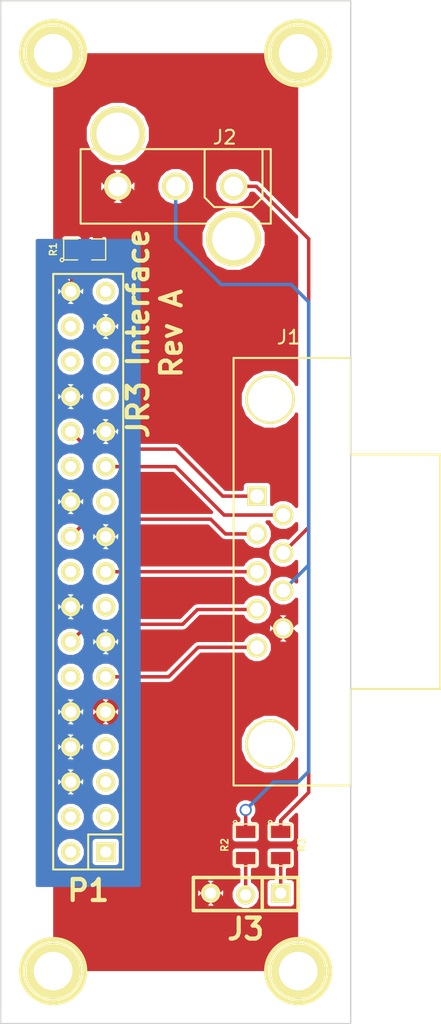
<source format=kicad_pcb>
(kicad_pcb (version 3) (host pcbnew "(2013-06-11 BZR 4021)-stable")

  (general
    (links 27)
    (no_connects 0)
    (area 68.021999 43.053 100.301001 117.398001)
    (thickness 1.6)
    (drawings 5)
    (tracks 44)
    (zones 0)
    (modules 11)
    (nets 13)
  )

  (page A3)
  (layers
    (15 F.Cu signal)
    (0 B.Cu signal)
    (16 B.Adhes user)
    (17 F.Adhes user)
    (18 B.Paste user)
    (19 F.Paste user)
    (20 B.SilkS user)
    (21 F.SilkS user)
    (22 B.Mask user)
    (23 F.Mask user)
    (24 Dwgs.User user)
    (25 Cmts.User user)
    (26 Eco1.User user)
    (27 Eco2.User user)
    (28 Edge.Cuts user)
  )

  (setup
    (last_trace_width 0.254)
    (trace_clearance 0.254)
    (zone_clearance 0.2032)
    (zone_45_only no)
    (trace_min 0.254)
    (segment_width 0.2)
    (edge_width 0.1)
    (via_size 0.889)
    (via_drill 0.635)
    (via_min_size 0.889)
    (via_min_drill 0.508)
    (uvia_size 0.508)
    (uvia_drill 0.127)
    (uvias_allowed no)
    (uvia_min_size 0.508)
    (uvia_min_drill 0.127)
    (pcb_text_width 0.3)
    (pcb_text_size 1.5 1.5)
    (mod_edge_width 0.15)
    (mod_text_size 1 1)
    (mod_text_width 0.15)
    (pad_size 4.064 4.064)
    (pad_drill 2.794)
    (pad_to_mask_clearance 0)
    (aux_axis_origin 0 0)
    (visible_elements FFFFFFBF)
    (pcbplotparams
      (layerselection 283148289)
      (usegerberextensions true)
      (excludeedgelayer true)
      (linewidth 0.150000)
      (plotframeref false)
      (viasonmask false)
      (mode 1)
      (useauxorigin false)
      (hpglpennumber 1)
      (hpglpenspeed 20)
      (hpglpendiameter 15)
      (hpglpenoverlay 2)
      (psnegative false)
      (psa4output false)
      (plotreference true)
      (plotvalue true)
      (plotothertext true)
      (plotinvisibletext false)
      (padsonsilk false)
      (subtractmaskfromsilk false)
      (outputformat 1)
      (mirror false)
      (drillshape 0)
      (scaleselection 1)
      (outputdirectory Interface_Gerbers/))
  )

  (net 0 "")
  (net 1 +12V)
  (net 2 -12V)
  (net 3 /AI_GND)
  (net 4 /Fx)
  (net 5 /Fy)
  (net 6 /Fz)
  (net 7 /Mx)
  (net 8 /My)
  (net 9 /Mz)
  (net 10 GND)
  (net 11 N-0000010)
  (net 12 N-0000011)

  (net_class Default "This is the default net class."
    (clearance 0.254)
    (trace_width 0.254)
    (via_dia 0.889)
    (via_drill 0.635)
    (uvia_dia 0.508)
    (uvia_drill 0.127)
    (add_net "")
    (add_net +12V)
    (add_net -12V)
    (add_net /AI_GND)
    (add_net /Fx)
    (add_net /Fy)
    (add_net /Fz)
    (add_net /Mx)
    (add_net /My)
    (add_net /Mz)
    (add_net GND)
    (add_net N-0000010)
    (add_net N-0000011)
  )

  (module SM0805 (layer F.Cu) (tedit 52F5EC09) (tstamp 52F5EAB6)
    (at 88.392 104.394 270)
    (path /52F5C9A1)
    (attr smd)
    (fp_text reference R3 (at 0 -1.524 270) (layer F.SilkS)
      (effects (font (size 0.50038 0.50038) (thickness 0.10922)))
    )
    (fp_text value R (at 0 0.381 270) (layer F.SilkS) hide
      (effects (font (size 0.50038 0.50038) (thickness 0.10922)))
    )
    (fp_circle (center -1.651 0.762) (end -1.651 0.635) (layer F.SilkS) (width 0.09906))
    (fp_line (start -0.508 0.762) (end -1.524 0.762) (layer F.SilkS) (width 0.09906))
    (fp_line (start -1.524 0.762) (end -1.524 -0.762) (layer F.SilkS) (width 0.09906))
    (fp_line (start -1.524 -0.762) (end -0.508 -0.762) (layer F.SilkS) (width 0.09906))
    (fp_line (start 0.508 -0.762) (end 1.524 -0.762) (layer F.SilkS) (width 0.09906))
    (fp_line (start 1.524 -0.762) (end 1.524 0.762) (layer F.SilkS) (width 0.09906))
    (fp_line (start 1.524 0.762) (end 0.508 0.762) (layer F.SilkS) (width 0.09906))
    (pad 1 smd rect (at -0.9525 0 270) (size 0.889 1.397)
      (layers F.Cu F.Paste F.Mask)
      (net 1 +12V)
    )
    (pad 2 smd rect (at 0.9525 0 270) (size 0.889 1.397)
      (layers F.Cu F.Paste F.Mask)
      (net 11 N-0000010)
    )
    (model smd/chip_cms.wrl
      (at (xyz 0 0 0))
      (scale (xyz 0.1 0.1 0.1))
      (rotate (xyz 0 0 0))
    )
  )

  (module SM0805 (layer F.Cu) (tedit 52F5EC11) (tstamp 52F5EAC3)
    (at 85.852 104.394 270)
    (path /52F5C9B0)
    (attr smd)
    (fp_text reference R2 (at 0 1.524 270) (layer F.SilkS)
      (effects (font (size 0.50038 0.50038) (thickness 0.10922)))
    )
    (fp_text value R (at 0 0.381 270) (layer F.SilkS) hide
      (effects (font (size 0.50038 0.50038) (thickness 0.10922)))
    )
    (fp_circle (center -1.651 0.762) (end -1.651 0.635) (layer F.SilkS) (width 0.09906))
    (fp_line (start -0.508 0.762) (end -1.524 0.762) (layer F.SilkS) (width 0.09906))
    (fp_line (start -1.524 0.762) (end -1.524 -0.762) (layer F.SilkS) (width 0.09906))
    (fp_line (start -1.524 -0.762) (end -0.508 -0.762) (layer F.SilkS) (width 0.09906))
    (fp_line (start 0.508 -0.762) (end 1.524 -0.762) (layer F.SilkS) (width 0.09906))
    (fp_line (start 1.524 -0.762) (end 1.524 0.762) (layer F.SilkS) (width 0.09906))
    (fp_line (start 1.524 0.762) (end 0.508 0.762) (layer F.SilkS) (width 0.09906))
    (pad 1 smd rect (at -0.9525 0 270) (size 0.889 1.397)
      (layers F.Cu F.Paste F.Mask)
      (net 2 -12V)
    )
    (pad 2 smd rect (at 0.9525 0 270) (size 0.889 1.397)
      (layers F.Cu F.Paste F.Mask)
      (net 12 N-0000011)
    )
    (model smd/chip_cms.wrl
      (at (xyz 0 0 0))
      (scale (xyz 0.1 0.1 0.1))
      (rotate (xyz 0 0 0))
    )
  )

  (module SM0805 (layer F.Cu) (tedit 52F5EFF0) (tstamp 52F5EAD0)
    (at 74.168 61.214)
    (path /52F5D3C7)
    (attr smd)
    (fp_text reference R1 (at -2.286 0 90) (layer F.SilkS)
      (effects (font (size 0.50038 0.50038) (thickness 0.10922)))
    )
    (fp_text value R (at 0 0.381) (layer F.SilkS) hide
      (effects (font (size 0.50038 0.50038) (thickness 0.10922)))
    )
    (fp_circle (center -1.651 0.762) (end -1.651 0.635) (layer F.SilkS) (width 0.09906))
    (fp_line (start -0.508 0.762) (end -1.524 0.762) (layer F.SilkS) (width 0.09906))
    (fp_line (start -1.524 0.762) (end -1.524 -0.762) (layer F.SilkS) (width 0.09906))
    (fp_line (start -1.524 -0.762) (end -0.508 -0.762) (layer F.SilkS) (width 0.09906))
    (fp_line (start 0.508 -0.762) (end 1.524 -0.762) (layer F.SilkS) (width 0.09906))
    (fp_line (start 1.524 -0.762) (end 1.524 0.762) (layer F.SilkS) (width 0.09906))
    (fp_line (start 1.524 0.762) (end 0.508 0.762) (layer F.SilkS) (width 0.09906))
    (pad 1 smd rect (at -0.9525 0) (size 0.889 1.397)
      (layers F.Cu F.Paste F.Mask)
      (net 3 /AI_GND)
    )
    (pad 2 smd rect (at 0.9525 0) (size 0.889 1.397)
      (layers F.Cu F.Paste F.Mask)
      (net 10 GND)
    )
    (model smd/chip_cms.wrl
      (at (xyz 0 0 0))
      (scale (xyz 0.1 0.1 0.1))
      (rotate (xyz 0 0 0))
    )
  )

  (module CONN_MINI-FIT-JR_3_TH (layer F.Cu) (tedit 52F40288) (tstamp 52F5EAE2)
    (at 80.772 56.642)
    (path /52F32835)
    (fp_text reference J2 (at 3.556 -3.556) (layer F.SilkS)
      (effects (font (size 1 1) (thickness 0.15)))
    )
    (fp_text value CONN_3 (at -3.302 3.81) (layer F.SilkS) hide
      (effects (font (size 1 1) (thickness 0.15)))
    )
    (fp_line (start 2.1 0.8) (end 2.8 1.5) (layer F.SilkS) (width 0.15))
    (fp_line (start 2.8 1.5) (end 5.6 1.5) (layer F.SilkS) (width 0.15))
    (fp_line (start 5.6 1.5) (end 6.3 0.8) (layer F.SilkS) (width 0.15))
    (fp_line (start 6.3 0.8) (end 6.3 -2.7) (layer F.SilkS) (width 0.15))
    (fp_line (start 2.1 -2.7) (end 2.1 0.8) (layer F.SilkS) (width 0.15))
    (fp_line (start -6.9 -2.7) (end 6.9 -2.7) (layer F.SilkS) (width 0.15))
    (fp_line (start 6.9 -2.7) (end 6.9 2.7) (layer F.SilkS) (width 0.15))
    (fp_line (start 6.9 2.7) (end -6.9 2.7) (layer F.SilkS) (width 0.15))
    (fp_line (start -6.9 2.7) (end -6.9 -2.7) (layer F.SilkS) (width 0.15))
    (pad 1 thru_hole circle (at 4.2 0) (size 2 2) (drill 1.4)
      (layers *.Cu *.Mask F.SilkS)
      (net 1 +12V)
    )
    (pad 2 thru_hole circle (at 0 0) (size 2 2) (drill 1.4)
      (layers *.Cu *.Mask F.SilkS)
      (net 2 -12V)
    )
    (pad 3 thru_hole circle (at -4.2 0) (size 2 2) (drill 1.4)
      (layers *.Cu *.Mask F.SilkS)
      (net 10 GND)
    )
    (pad "" thru_hole circle (at -4.2 -3.8) (size 4 4) (drill 3.1)
      (layers *.Cu *.Mask F.SilkS)
    )
    (pad "" thru_hole circle (at 4.2 3.8) (size 4 4) (drill 3.1)
      (layers *.Cu *.Mask F.SilkS)
    )
  )

  (module CONN_DB9_SLIM (layer F.Cu) (tedit 52F5D816) (tstamp 52F5EAFC)
    (at 93.472 84.582 90)
    (path /52F32826)
    (fp_text reference J1 (at 17 -4.5 180) (layer F.SilkS)
      (effects (font (size 1 1) (thickness 0.15)))
    )
    (fp_text value DB9 (at -16.5 -5 180) (layer F.SilkS) hide
      (effects (font (size 1 1) (thickness 0.15)))
    )
    (fp_line (start 15.5 -3) (end 15.5 0) (layer F.SilkS) (width 0.15))
    (fp_line (start 15.5 0) (end 8.5 0) (layer F.SilkS) (width 0.15))
    (fp_line (start -15.5 -3) (end -15.5 0) (layer F.SilkS) (width 0.15))
    (fp_line (start -15.5 0) (end -8.5 0) (layer F.SilkS) (width 0.15))
    (fp_line (start 8.5 0) (end 8.5 6.5) (layer F.SilkS) (width 0.15))
    (fp_line (start 8.5 6.5) (end -8.5 6.5) (layer F.SilkS) (width 0.15))
    (fp_line (start -8.5 6.5) (end -8.5 0) (layer F.SilkS) (width 0.15))
    (fp_line (start -15.5 -8.5) (end 15.5 -8.5) (layer F.SilkS) (width 0.15))
    (fp_line (start 15.5 -8.5) (end 15.5 -3) (layer F.SilkS) (width 0.15))
    (fp_line (start -15.5 -3) (end -15.5 -8.5) (layer F.SilkS) (width 0.15))
    (fp_line (start -15.5 0) (end 15.5 0) (layer Dwgs.User) (width 0.15))
    (pad "" thru_hole circle (at -12.5 -5.85 90) (size 3.6 3.6) (drill 3.2)
      (layers *.Cu *.Mask F.SilkS)
    )
    (pad "" thru_hole circle (at 12.5 -5.85 90) (size 3.6 3.6) (drill 3.2)
      (layers *.Cu *.Mask F.SilkS)
    )
    (pad 3 thru_hole circle (at 0 -6.8 90) (size 1.5 1.5) (drill 1)
      (layers *.Cu *.Mask F.SilkS)
      (net 6 /Fz)
    )
    (pad 2 thru_hole circle (at 2.74 -6.8 90) (size 1.5 1.5) (drill 1)
      (layers *.Cu *.Mask F.SilkS)
      (net 5 /Fy)
    )
    (pad 1 thru_hole rect (at 5.48 -6.8 90) (size 1.4 1.4) (drill 1)
      (layers *.Cu *.Mask F.SilkS)
      (net 4 /Fx)
    )
    (pad 5 thru_hole circle (at -5.48 -6.8 90) (size 1.5 1.5) (drill 1)
      (layers *.Cu *.Mask F.SilkS)
      (net 8 /My)
    )
    (pad 4 thru_hole circle (at -2.74 -6.8 90) (size 1.5 1.5) (drill 1)
      (layers *.Cu *.Mask F.SilkS)
      (net 7 /Mx)
    )
    (pad 9 thru_hole circle (at -4.11 -4.9 90) (size 1.5 1.5) (drill 1)
      (layers *.Cu *.Mask F.SilkS)
      (net 10 GND)
    )
    (pad 8 thru_hole circle (at -1.37 -4.9 90) (size 1.5 1.5) (drill 1)
      (layers *.Cu *.Mask F.SilkS)
      (net 2 -12V)
    )
    (pad 7 thru_hole circle (at 1.37 -4.9 90) (size 1.5 1.5) (drill 1)
      (layers *.Cu *.Mask F.SilkS)
      (net 1 +12V)
    )
    (pad 6 thru_hole circle (at 4.11 -4.9 90) (size 1.5 1.5) (drill 1)
      (layers *.Cu *.Mask F.SilkS)
      (net 9 /Mz)
    )
  )

  (module CONN_1x3 (layer F.Cu) (tedit 5214CEFD) (tstamp 52F5EB36)
    (at 85.852 107.95)
    (path /52F5C6BD)
    (fp_text reference J3 (at 0 2.54) (layer F.SilkS)
      (effects (font (size 1.524 1.524) (thickness 0.3048)))
    )
    (fp_text value CONN_3 (at 0 -2.286) (layer F.SilkS) hide
      (effects (font (size 1.524 1.524) (thickness 0.3048)))
    )
    (fp_line (start 1.2 1.2) (end 1.2 -1.2) (layer F.SilkS) (width 0.254))
    (fp_line (start 3.6 -1.2) (end -3.8 -1.2) (layer F.SilkS) (width 0.254))
    (fp_line (start -3.8 -1.2) (end -3.8 1) (layer F.SilkS) (width 0.254))
    (fp_line (start -3.8 1) (end -3.8 1.2) (layer F.SilkS) (width 0.254))
    (fp_line (start -3.8 1.2) (end 3.8 1.2) (layer F.SilkS) (width 0.254))
    (fp_line (start 3.8 1.2) (end 3.8 -1.2) (layer F.SilkS) (width 0.254))
    (fp_line (start 3.8 -1.2) (end 3.6 -1.2) (layer F.SilkS) (width 0.254))
    (pad 1 thru_hole rect (at 2.54 -0.06096) (size 1.397 1.397) (drill 0.8128)
      (layers *.Cu *.Mask F.SilkS)
      (net 11 N-0000010)
    )
    (pad 2 thru_hole circle (at 0 0.06096) (size 1.397 1.397) (drill 0.8128)
      (layers *.Cu *.Mask F.SilkS)
      (net 12 N-0000011)
    )
    (pad 3 thru_hole circle (at -2.54 -0.06096) (size 1.397 1.397) (drill 0.8128)
      (layers *.Cu *.Mask F.SilkS)
      (net 10 GND)
    )
  )

  (module CONN_2x17 (layer F.Cu) (tedit 52F5F0E3) (tstamp 52F5EB28)
    (at 74.422 84.582)
    (path /52F3280E)
    (fp_text reference P1 (at 0 23.114) (layer F.SilkS)
      (effects (font (size 1.524 1.524) (thickness 0.3048)))
    )
    (fp_text value HE10-34 (at -3.81 0 90) (layer F.SilkS) hide
      (effects (font (size 1.524 1.524) (thickness 0.3048)))
    )
    (fp_line (start 2.54 19.05) (end 0 19.05) (layer F.SilkS) (width 0.15))
    (fp_line (start 0 19.05) (end 0 21.59) (layer F.SilkS) (width 0.15))
    (fp_line (start -2.54 21.59) (end -2.54 -21.59) (layer F.SilkS) (width 0.15))
    (fp_line (start -2.54 -21.59) (end 2.54 -21.59) (layer F.SilkS) (width 0.15))
    (fp_line (start 2.54 -21.59) (end 2.54 21.59) (layer F.SilkS) (width 0.15))
    (fp_line (start 2.54 21.59) (end -2.54 21.59) (layer F.SilkS) (width 0.15))
    (pad 1 thru_hole rect (at 1.27 20.32) (size 1.397 1.397) (drill 0.8128)
      (layers *.Cu *.Mask F.SilkS)
    )
    (pad 2 thru_hole circle (at -1.27 20.32) (size 1.397 1.397) (drill 0.8128)
      (layers *.Cu *.Mask F.SilkS)
    )
    (pad 3 thru_hole circle (at 1.27 17.78) (size 1.397 1.397) (drill 0.8128)
      (layers *.Cu *.Mask F.SilkS)
    )
    (pad 4 thru_hole circle (at -1.27 17.78) (size 1.397 1.397) (drill 0.8128)
      (layers *.Cu *.Mask F.SilkS)
    )
    (pad 5 thru_hole circle (at 1.27 15.24) (size 1.397 1.397) (drill 0.8128)
      (layers *.Cu *.Mask F.SilkS)
    )
    (pad 6 thru_hole circle (at -1.27 15.24) (size 1.397 1.397) (drill 0.8128)
      (layers *.Cu *.Mask F.SilkS)
      (net 3 /AI_GND)
    )
    (pad 7 thru_hole circle (at 1.27 12.7) (size 1.397 1.397) (drill 0.8128)
      (layers *.Cu *.Mask F.SilkS)
    )
    (pad 8 thru_hole circle (at -1.27 12.7) (size 1.397 1.397) (drill 0.8128)
      (layers *.Cu *.Mask F.SilkS)
      (net 3 /AI_GND)
    )
    (pad 9 thru_hole circle (at 1.27 10.16) (size 1.397 1.397) (drill 0.8128)
      (layers *.Cu *.Mask F.SilkS)
      (net 10 GND)
    )
    (pad 10 thru_hole circle (at -1.27 10.16) (size 1.397 1.397) (drill 0.8128)
      (layers *.Cu *.Mask F.SilkS)
      (net 3 /AI_GND)
    )
    (pad 11 thru_hole circle (at 1.27 7.62) (size 1.397 1.397) (drill 0.8128)
      (layers *.Cu *.Mask F.SilkS)
      (net 8 /My)
    )
    (pad 12 thru_hole circle (at -1.27 7.62) (size 1.397 1.397) (drill 0.8128)
      (layers *.Cu *.Mask F.SilkS)
    )
    (pad 13 thru_hole circle (at 1.27 5.08) (size 1.397 1.397) (drill 0.8128)
      (layers *.Cu *.Mask F.SilkS)
      (net 3 /AI_GND)
    )
    (pad 14 thru_hole circle (at -1.27 5.08) (size 1.397 1.397) (drill 0.8128)
      (layers *.Cu *.Mask F.SilkS)
      (net 7 /Mx)
    )
    (pad 15 thru_hole circle (at 1.27 2.54) (size 1.397 1.397) (drill 0.8128)
      (layers *.Cu *.Mask F.SilkS)
    )
    (pad 16 thru_hole circle (at -1.27 2.54) (size 1.397 1.397) (drill 0.8128)
      (layers *.Cu *.Mask F.SilkS)
      (net 3 /AI_GND)
    )
    (pad 17 thru_hole circle (at 1.27 0) (size 1.397 1.397) (drill 0.8128)
      (layers *.Cu *.Mask F.SilkS)
      (net 6 /Fz)
    )
    (pad 18 thru_hole circle (at -1.27 0) (size 1.397 1.397) (drill 0.8128)
      (layers *.Cu *.Mask F.SilkS)
    )
    (pad 19 thru_hole circle (at 1.27 -2.54) (size 1.397 1.397) (drill 0.8128)
      (layers *.Cu *.Mask F.SilkS)
      (net 3 /AI_GND)
    )
    (pad 20 thru_hole circle (at -1.27 -2.54) (size 1.397 1.397) (drill 0.8128)
      (layers *.Cu *.Mask F.SilkS)
      (net 5 /Fy)
    )
    (pad 21 thru_hole circle (at 1.27 -5.08) (size 1.397 1.397) (drill 0.8128)
      (layers *.Cu *.Mask F.SilkS)
    )
    (pad 22 thru_hole circle (at -1.27 -5.08) (size 1.397 1.397) (drill 0.8128)
      (layers *.Cu *.Mask F.SilkS)
      (net 3 /AI_GND)
    )
    (pad 23 thru_hole circle (at 1.27 -7.62) (size 1.397 1.397) (drill 0.8128)
      (layers *.Cu *.Mask F.SilkS)
      (net 9 /Mz)
    )
    (pad 24 thru_hole circle (at -1.27 -7.62) (size 1.397 1.397) (drill 0.8128)
      (layers *.Cu *.Mask F.SilkS)
    )
    (pad 25 thru_hole circle (at 1.27 -10.16) (size 1.397 1.397) (drill 0.8128)
      (layers *.Cu *.Mask F.SilkS)
      (net 3 /AI_GND)
    )
    (pad 26 thru_hole circle (at -1.27 -10.16) (size 1.397 1.397) (drill 0.8128)
      (layers *.Cu *.Mask F.SilkS)
      (net 4 /Fx)
    )
    (pad 27 thru_hole circle (at 1.27 -12.7) (size 1.397 1.397) (drill 0.8128)
      (layers *.Cu *.Mask F.SilkS)
    )
    (pad 28 thru_hole circle (at -1.27 -12.7) (size 1.397 1.397) (drill 0.8128)
      (layers *.Cu *.Mask F.SilkS)
      (net 3 /AI_GND)
    )
    (pad 29 thru_hole circle (at 1.27 -15.24) (size 1.397 1.397) (drill 0.8128)
      (layers *.Cu *.Mask F.SilkS)
    )
    (pad 30 thru_hole circle (at -1.27 -15.24) (size 1.397 1.397) (drill 0.8128)
      (layers *.Cu *.Mask F.SilkS)
    )
    (pad 31 thru_hole circle (at 1.27 -17.78) (size 1.397 1.397) (drill 0.8128)
      (layers *.Cu *.Mask F.SilkS)
      (net 3 /AI_GND)
    )
    (pad 32 thru_hole circle (at -1.27 -17.78) (size 1.397 1.397) (drill 0.8128)
      (layers *.Cu *.Mask F.SilkS)
    )
    (pad 33 thru_hole circle (at 1.27 -20.32) (size 1.397 1.397) (drill 0.8128)
      (layers *.Cu *.Mask F.SilkS)
    )
    (pad 34 thru_hole circle (at -1.27 -20.32) (size 1.397 1.397) (drill 0.8128)
      (layers *.Cu *.Mask F.SilkS)
      (net 3 /AI_GND)
    )
  )

  (module 1pin (layer F.Cu) (tedit 52F5EF14) (tstamp 52F60AA8)
    (at 71.882 113.538)
    (descr "module 1 pin (ou trou mecanique de percage)")
    (tags DEV)
    (path 1pin)
    (fp_text reference 1PIN (at 0 -3.048) (layer F.SilkS) hide
      (effects (font (size 1.016 1.016) (thickness 0.254)))
    )
    (fp_text value P*** (at 0 2.794) (layer F.SilkS) hide
      (effects (font (size 1.016 1.016) (thickness 0.254)))
    )
    (fp_circle (center 0 0) (end 0 -2.286) (layer F.SilkS) (width 0.381))
    (pad "" thru_hole circle (at 0 0) (size 4.064 4.064) (drill 2.794)
      (layers *.Cu *.Mask F.SilkS)
    )
  )

  (module 1pin (layer F.Cu) (tedit 52F5EF1C) (tstamp 52F60AB3)
    (at 71.882 46.99)
    (descr "module 1 pin (ou trou mecanique de percage)")
    (tags DEV)
    (path 1pin)
    (fp_text reference 1PIN (at 0 -3.048) (layer F.SilkS) hide
      (effects (font (size 1.016 1.016) (thickness 0.254)))
    )
    (fp_text value P*** (at 0 2.794) (layer F.SilkS) hide
      (effects (font (size 1.016 1.016) (thickness 0.254)))
    )
    (fp_circle (center 0 0) (end 0 -2.286) (layer F.SilkS) (width 0.381))
    (pad "" thru_hole circle (at 0 0) (size 4.064 4.064) (drill 2.794)
      (layers *.Cu *.Mask F.SilkS)
    )
  )

  (module 1pin (layer F.Cu) (tedit 52F5EF23) (tstamp 52F60ABE)
    (at 89.662 113.538)
    (descr "module 1 pin (ou trou mecanique de percage)")
    (tags DEV)
    (path 1pin)
    (fp_text reference 1PIN (at 0 -3.048) (layer F.SilkS) hide
      (effects (font (size 1.016 1.016) (thickness 0.254)))
    )
    (fp_text value P*** (at 0 2.794) (layer F.SilkS) hide
      (effects (font (size 1.016 1.016) (thickness 0.254)))
    )
    (fp_circle (center 0 0) (end 0 -2.286) (layer F.SilkS) (width 0.381))
    (pad "" thru_hole circle (at 0 0) (size 4.064 4.064) (drill 2.794)
      (layers *.Cu *.Mask F.SilkS)
    )
  )

  (module 1pin (layer F.Cu) (tedit 52F5EF29) (tstamp 52F60AC9)
    (at 89.662 46.99)
    (descr "module 1 pin (ou trou mecanique de percage)")
    (tags DEV)
    (path 1pin)
    (fp_text reference 1PIN (at 0 -3.048) (layer F.SilkS) hide
      (effects (font (size 1.016 1.016) (thickness 0.254)))
    )
    (fp_text value P*** (at 0 2.794) (layer F.SilkS) hide
      (effects (font (size 1.016 1.016) (thickness 0.254)))
    )
    (fp_circle (center 0 0) (end 0 -2.286) (layer F.SilkS) (width 0.381))
    (pad "" thru_hole circle (at 0 0) (size 4.064 4.064) (drill 2.794)
      (layers *.Cu *.Mask F.SilkS)
    )
  )

  (gr_text "JR3 Interface\nRev A" (at 79.248 67.31 90) (layer F.SilkS)
    (effects (font (size 1.5 1.5) (thickness 0.3)))
  )
  (gr_line (start 93.472 43.18) (end 93.472 117.348) (angle 90) (layer Edge.Cuts) (width 0.1))
  (gr_line (start 68.072 117.348) (end 68.072 43.18) (angle 90) (layer Edge.Cuts) (width 0.1))
  (gr_line (start 93.472 117.348) (end 68.072 117.348) (angle 90) (layer Edge.Cuts) (width 0.1))
  (gr_line (start 68.072 43.18) (end 93.472 43.18) (angle 90) (layer Edge.Cuts) (width 0.1))

  (segment (start 88.572 83.212) (end 90.424 81.36) (width 0.254) (layer F.Cu) (net 1))
  (segment (start 90.424 81.36) (end 90.424 81.534) (width 0.254) (layer F.Cu) (net 1) (tstamp 52F5EEEE))
  (segment (start 88.392 103.4415) (end 88.392 102.616) (width 0.254) (layer F.Cu) (net 1))
  (segment (start 90.424 100.584) (end 90.424 81.534) (width 0.254) (layer F.Cu) (net 1) (tstamp 52F5EEE9))
  (segment (start 90.424 81.534) (end 90.424 81.36) (width 0.254) (layer F.Cu) (net 1) (tstamp 52F5EEF1))
  (segment (start 88.392 102.616) (end 90.424 100.584) (width 0.254) (layer F.Cu) (net 1) (tstamp 52F5EEE8))
  (segment (start 84.972 56.642) (end 86.614 56.642) (width 0.254) (layer F.Cu) (net 1))
  (segment (start 90.424 60.452) (end 90.424 81.36) (width 0.254) (layer F.Cu) (net 1) (tstamp 52F5EEE2))
  (segment (start 86.614 56.642) (end 90.424 60.452) (width 0.254) (layer F.Cu) (net 1) (tstamp 52F5EEE0))
  (segment (start 85.852 103.4415) (end 85.852 101.854) (width 0.254) (layer F.Cu) (net 2))
  (segment (start 90.424 99.06) (end 90.424 84.1) (width 0.254) (layer B.Cu) (net 2) (tstamp 52F5EF10))
  (segment (start 89.662 99.822) (end 90.424 99.06) (width 0.254) (layer B.Cu) (net 2) (tstamp 52F5EF0F))
  (segment (start 87.884 99.822) (end 89.662 99.822) (width 0.254) (layer B.Cu) (net 2) (tstamp 52F5EF0D))
  (segment (start 85.852 101.854) (end 87.884 99.822) (width 0.254) (layer B.Cu) (net 2) (tstamp 52F5EF0C))
  (via (at 85.852 101.854) (size 0.889) (layers F.Cu B.Cu) (net 2))
  (segment (start 80.772 56.642) (end 80.772 60.452) (width 0.254) (layer B.Cu) (net 2))
  (segment (start 90.424 84.1) (end 88.572 85.952) (width 0.254) (layer B.Cu) (net 2) (tstamp 52F5EEFB))
  (segment (start 90.424 65.024) (end 90.424 84.1) (width 0.254) (layer B.Cu) (net 2) (tstamp 52F5EEF9))
  (segment (start 89.154 63.754) (end 90.424 65.024) (width 0.254) (layer B.Cu) (net 2) (tstamp 52F5EEF7))
  (segment (start 84.074 63.754) (end 89.154 63.754) (width 0.254) (layer B.Cu) (net 2) (tstamp 52F5EEF5))
  (segment (start 80.772 60.452) (end 84.074 63.754) (width 0.254) (layer B.Cu) (net 2) (tstamp 52F5EEF3))
  (segment (start 73.2155 61.214) (end 73.2155 64.1985) (width 0.254) (layer F.Cu) (net 3))
  (segment (start 73.2155 64.1985) (end 73.152 64.262) (width 0.254) (layer F.Cu) (net 3) (tstamp 52F60B64))
  (segment (start 73.152 74.422) (end 74.422 75.692) (width 0.254) (layer F.Cu) (net 4))
  (segment (start 84.182 79.102) (end 86.672 79.102) (width 0.254) (layer F.Cu) (net 4) (tstamp 52F5EEAF))
  (segment (start 80.772 75.692) (end 84.182 79.102) (width 0.254) (layer F.Cu) (net 4) (tstamp 52F5EEAD))
  (segment (start 74.422 75.692) (end 80.772 75.692) (width 0.254) (layer F.Cu) (net 4) (tstamp 52F5EEAC))
  (segment (start 73.152 82.042) (end 74.422 80.772) (width 0.254) (layer F.Cu) (net 5))
  (segment (start 84.382 81.842) (end 86.672 81.842) (width 0.254) (layer F.Cu) (net 5) (tstamp 52F5EEBC))
  (segment (start 83.312 80.772) (end 84.382 81.842) (width 0.254) (layer F.Cu) (net 5) (tstamp 52F5EEBA))
  (segment (start 74.422 80.772) (end 83.312 80.772) (width 0.254) (layer F.Cu) (net 5) (tstamp 52F5EEB9))
  (segment (start 86.672 84.582) (end 75.692 84.582) (width 0.254) (layer F.Cu) (net 6))
  (segment (start 73.152 89.662) (end 74.422 88.392) (width 0.254) (layer F.Cu) (net 7))
  (segment (start 82.35 87.322) (end 86.672 87.322) (width 0.254) (layer F.Cu) (net 7) (tstamp 52F5EECB))
  (segment (start 81.28 88.392) (end 82.35 87.322) (width 0.254) (layer F.Cu) (net 7) (tstamp 52F5EEC9))
  (segment (start 74.422 88.392) (end 81.28 88.392) (width 0.254) (layer F.Cu) (net 7) (tstamp 52F5EEC8))
  (segment (start 75.692 92.202) (end 80.264 92.202) (width 0.254) (layer F.Cu) (net 8))
  (segment (start 82.404 90.062) (end 86.672 90.062) (width 0.254) (layer F.Cu) (net 8) (tstamp 52F5EEC4))
  (segment (start 80.264 92.202) (end 82.404 90.062) (width 0.254) (layer F.Cu) (net 8) (tstamp 52F5EEC2))
  (segment (start 88.572 80.472) (end 84.282 80.472) (width 0.254) (layer F.Cu) (net 9))
  (segment (start 80.772 76.962) (end 75.692 76.962) (width 0.254) (layer F.Cu) (net 9) (tstamp 52F5EEB5))
  (segment (start 84.282 80.472) (end 80.772 76.962) (width 0.254) (layer F.Cu) (net 9) (tstamp 52F5EEB3))
  (segment (start 88.392 107.88904) (end 88.392 105.3465) (width 0.254) (layer F.Cu) (net 11))
  (segment (start 85.852 105.3465) (end 85.852 108.01096) (width 0.254) (layer F.Cu) (net 12))

  (zone (net 10) (net_name GND) (layer F.Cu) (tstamp 52F60B5B) (hatch edge 0.508)
    (connect_pads (clearance 0.2032))
    (min_thickness 0.254)
    (fill (arc_segments 16) (thermal_gap 0.2032) (thermal_bridge_width 1.27))
    (polygon
      (pts
        (xy 89.662 113.538) (xy 71.882 113.538) (xy 71.882 46.99) (xy 89.662 46.99)
      )
    )
    (filled_polygon
      (pts
        (xy 89.535 111.124888) (xy 89.471566 111.124832) (xy 89.471566 108.512087) (xy 89.471566 107.115087) (xy 89.413684 106.975003)
        (xy 89.306601 106.867732) (xy 89.166618 106.809606) (xy 89.015047 106.809474) (xy 88.9 106.809474) (xy 88.9 106.172066)
        (xy 89.165953 106.172066) (xy 89.306037 106.114184) (xy 89.413308 106.007101) (xy 89.471434 105.867118) (xy 89.471566 105.715547)
        (xy 89.471566 104.826547) (xy 89.413684 104.686463) (xy 89.306601 104.579192) (xy 89.166618 104.521066) (xy 89.015047 104.520934)
        (xy 87.618047 104.520934) (xy 87.477963 104.578816) (xy 87.370692 104.685899) (xy 87.312566 104.825882) (xy 87.312434 104.977453)
        (xy 87.312434 105.866453) (xy 87.370316 106.006537) (xy 87.477399 106.113808) (xy 87.617382 106.171934) (xy 87.768953 106.172066)
        (xy 87.884 106.172066) (xy 87.884 106.809474) (xy 87.618047 106.809474) (xy 87.477963 106.867356) (xy 87.370692 106.974439)
        (xy 87.312566 107.114422) (xy 87.312434 107.265993) (xy 87.312434 108.662993) (xy 87.370316 108.803077) (xy 87.477399 108.910348)
        (xy 87.617382 108.968474) (xy 87.768953 108.968606) (xy 89.165953 108.968606) (xy 89.306037 108.910724) (xy 89.413308 108.803641)
        (xy 89.471434 108.663658) (xy 89.471566 108.512087) (xy 89.471566 111.124832) (xy 89.18413 111.124583) (xy 88.296931 111.491166)
        (xy 87.617551 112.169361) (xy 87.24942 113.055919) (xy 87.24911 113.411) (xy 86.931686 113.411) (xy 86.931686 107.797176)
        (xy 86.767689 107.400272) (xy 86.464286 107.096339) (xy 86.36 107.053035) (xy 86.36 106.172066) (xy 86.625953 106.172066)
        (xy 86.766037 106.114184) (xy 86.873308 106.007101) (xy 86.931434 105.867118) (xy 86.931566 105.715547) (xy 86.931566 104.826547)
        (xy 86.931566 103.810547) (xy 86.931566 102.921547) (xy 86.873684 102.781463) (xy 86.766601 102.674192) (xy 86.626618 102.616066)
        (xy 86.475047 102.615934) (xy 86.36 102.615934) (xy 86.36 102.513302) (xy 86.551417 102.322219) (xy 86.677357 102.018923)
        (xy 86.677643 101.690518) (xy 86.552233 101.387002) (xy 86.320219 101.154583) (xy 86.016923 101.028643) (xy 85.688518 101.028357)
        (xy 85.385002 101.153767) (xy 85.152583 101.385781) (xy 85.026643 101.689077) (xy 85.026357 102.017482) (xy 85.151767 102.320998)
        (xy 85.344 102.513566) (xy 85.344 102.615934) (xy 85.078047 102.615934) (xy 84.937963 102.673816) (xy 84.830692 102.780899)
        (xy 84.772566 102.920882) (xy 84.772434 103.072453) (xy 84.772434 103.961453) (xy 84.830316 104.101537) (xy 84.937399 104.208808)
        (xy 85.077382 104.266934) (xy 85.228953 104.267066) (xy 86.625953 104.267066) (xy 86.766037 104.209184) (xy 86.873308 104.102101)
        (xy 86.931434 103.962118) (xy 86.931566 103.810547) (xy 86.931566 104.826547) (xy 86.873684 104.686463) (xy 86.766601 104.579192)
        (xy 86.626618 104.521066) (xy 86.475047 104.520934) (xy 85.078047 104.520934) (xy 84.937963 104.578816) (xy 84.830692 104.685899)
        (xy 84.772566 104.825882) (xy 84.772434 104.977453) (xy 84.772434 105.866453) (xy 84.830316 106.006537) (xy 84.937399 106.113808)
        (xy 85.077382 106.171934) (xy 85.228953 106.172066) (xy 85.344 106.172066) (xy 85.344 107.052841) (xy 85.241312 107.095271)
        (xy 84.937379 107.398674) (xy 84.772688 107.795292) (xy 84.772314 108.224744) (xy 84.936311 108.621648) (xy 85.239714 108.925581)
        (xy 85.636332 109.090272) (xy 86.065784 109.090646) (xy 86.462688 108.926649) (xy 86.766621 108.623246) (xy 86.931312 108.226628)
        (xy 86.931686 107.797176) (xy 86.931686 113.411) (xy 84.355203 113.411) (xy 84.355203 107.780317) (xy 84.3174 107.590271)
        (xy 84.196046 107.498908) (xy 83.805914 107.88904) (xy 84.196046 108.279172) (xy 84.3174 108.187809) (xy 84.355203 107.780317)
        (xy 84.355203 113.411) (xy 83.702132 113.411) (xy 83.702132 108.773086) (xy 83.702132 107.004994) (xy 83.610769 106.88364)
        (xy 83.203277 106.845837) (xy 83.013231 106.88364) (xy 82.921868 107.004994) (xy 83.312 107.395126) (xy 83.702132 107.004994)
        (xy 83.702132 108.773086) (xy 83.312 108.382954) (xy 82.921868 108.773086) (xy 83.013231 108.89444) (xy 83.420723 108.932243)
        (xy 83.610769 108.89444) (xy 83.702132 108.773086) (xy 83.702132 113.411) (xy 82.818086 113.411) (xy 82.818086 107.88904)
        (xy 82.427954 107.498908) (xy 82.3066 107.590271) (xy 82.268797 107.997763) (xy 82.3066 108.187809) (xy 82.427954 108.279172)
        (xy 82.818086 107.88904) (xy 82.818086 113.411) (xy 76.771686 113.411) (xy 76.771686 102.148216) (xy 76.771686 99.608216)
        (xy 76.771686 97.068216) (xy 76.735203 96.97992) (xy 76.735203 94.633277) (xy 76.6974 94.443231) (xy 76.576046 94.351868)
        (xy 76.185914 94.742) (xy 76.576046 95.132132) (xy 76.6974 95.040769) (xy 76.735203 94.633277) (xy 76.735203 96.97992)
        (xy 76.607689 96.671312) (xy 76.304286 96.367379) (xy 76.082132 96.275132) (xy 76.082132 95.626046) (xy 76.082132 93.857954)
        (xy 75.990769 93.7366) (xy 75.583277 93.698797) (xy 75.393231 93.7366) (xy 75.301868 93.857954) (xy 75.692 94.248086)
        (xy 76.082132 93.857954) (xy 76.082132 95.626046) (xy 75.692 95.235914) (xy 75.301868 95.626046) (xy 75.393231 95.7474)
        (xy 75.800723 95.785203) (xy 75.990769 95.7474) (xy 76.082132 95.626046) (xy 76.082132 96.275132) (xy 75.907668 96.202688)
        (xy 75.478216 96.202314) (xy 75.198086 96.318061) (xy 75.198086 94.742) (xy 74.807954 94.351868) (xy 74.6866 94.443231)
        (xy 74.648797 94.850723) (xy 74.6866 95.040769) (xy 74.807954 95.132132) (xy 75.198086 94.742) (xy 75.198086 96.318061)
        (xy 75.081312 96.366311) (xy 74.777379 96.669714) (xy 74.612688 97.066332) (xy 74.612314 97.495784) (xy 74.776311 97.892688)
        (xy 75.079714 98.196621) (xy 75.476332 98.361312) (xy 75.905784 98.361686) (xy 76.302688 98.197689) (xy 76.606621 97.894286)
        (xy 76.771312 97.497668) (xy 76.771686 97.068216) (xy 76.771686 99.608216) (xy 76.607689 99.211312) (xy 76.304286 98.907379)
        (xy 75.907668 98.742688) (xy 75.478216 98.742314) (xy 75.081312 98.906311) (xy 74.777379 99.209714) (xy 74.612688 99.606332)
        (xy 74.612314 100.035784) (xy 74.776311 100.432688) (xy 75.079714 100.736621) (xy 75.476332 100.901312) (xy 75.905784 100.901686)
        (xy 76.302688 100.737689) (xy 76.606621 100.434286) (xy 76.771312 100.037668) (xy 76.771686 99.608216) (xy 76.771686 102.148216)
        (xy 76.607689 101.751312) (xy 76.304286 101.447379) (xy 75.907668 101.282688) (xy 75.478216 101.282314) (xy 75.081312 101.446311)
        (xy 74.777379 101.749714) (xy 74.612688 102.146332) (xy 74.612314 102.575784) (xy 74.776311 102.972688) (xy 75.079714 103.276621)
        (xy 75.476332 103.441312) (xy 75.905784 103.441686) (xy 76.302688 103.277689) (xy 76.606621 102.974286) (xy 76.771312 102.577668)
        (xy 76.771686 102.148216) (xy 76.771686 113.411) (xy 76.771566 113.411) (xy 76.771566 105.525047) (xy 76.771566 104.128047)
        (xy 76.713684 103.987963) (xy 76.606601 103.880692) (xy 76.466618 103.822566) (xy 76.315047 103.822434) (xy 74.918047 103.822434)
        (xy 74.777963 103.880316) (xy 74.670692 103.987399) (xy 74.612566 104.127382) (xy 74.612434 104.278953) (xy 74.612434 105.675953)
        (xy 74.670316 105.816037) (xy 74.777399 105.923308) (xy 74.917382 105.981434) (xy 75.068953 105.981566) (xy 76.465953 105.981566)
        (xy 76.606037 105.923684) (xy 76.713308 105.816601) (xy 76.771434 105.676618) (xy 76.771566 105.525047) (xy 76.771566 113.411)
        (xy 74.295111 113.411) (xy 74.295417 113.06013) (xy 74.231686 112.905889) (xy 74.231686 104.688216) (xy 74.231686 102.148216)
        (xy 74.231686 99.608216) (xy 74.231686 97.068216) (xy 74.231686 94.528216) (xy 74.231686 91.988216) (xy 74.067689 91.591312)
        (xy 73.764286 91.287379) (xy 73.367668 91.122688) (xy 72.938216 91.122314) (xy 72.541312 91.286311) (xy 72.237379 91.589714)
        (xy 72.072688 91.986332) (xy 72.072314 92.415784) (xy 72.236311 92.812688) (xy 72.539714 93.116621) (xy 72.936332 93.281312)
        (xy 73.365784 93.281686) (xy 73.762688 93.117689) (xy 74.066621 92.814286) (xy 74.231312 92.417668) (xy 74.231686 91.988216)
        (xy 74.231686 94.528216) (xy 74.067689 94.131312) (xy 73.764286 93.827379) (xy 73.367668 93.662688) (xy 72.938216 93.662314)
        (xy 72.541312 93.826311) (xy 72.237379 94.129714) (xy 72.072688 94.526332) (xy 72.072314 94.955784) (xy 72.236311 95.352688)
        (xy 72.539714 95.656621) (xy 72.936332 95.821312) (xy 73.365784 95.821686) (xy 73.762688 95.657689) (xy 74.066621 95.354286)
        (xy 74.231312 94.957668) (xy 74.231686 94.528216) (xy 74.231686 97.068216) (xy 74.067689 96.671312) (xy 73.764286 96.367379)
        (xy 73.367668 96.202688) (xy 72.938216 96.202314) (xy 72.541312 96.366311) (xy 72.237379 96.669714) (xy 72.072688 97.066332)
        (xy 72.072314 97.495784) (xy 72.236311 97.892688) (xy 72.539714 98.196621) (xy 72.936332 98.361312) (xy 73.365784 98.361686)
        (xy 73.762688 98.197689) (xy 74.066621 97.894286) (xy 74.231312 97.497668) (xy 74.231686 97.068216) (xy 74.231686 99.608216)
        (xy 74.067689 99.211312) (xy 73.764286 98.907379) (xy 73.367668 98.742688) (xy 72.938216 98.742314) (xy 72.541312 98.906311)
        (xy 72.237379 99.209714) (xy 72.072688 99.606332) (xy 72.072314 100.035784) (xy 72.236311 100.432688) (xy 72.539714 100.736621)
        (xy 72.936332 100.901312) (xy 73.365784 100.901686) (xy 73.762688 100.737689) (xy 74.066621 100.434286) (xy 74.231312 100.037668)
        (xy 74.231686 99.608216) (xy 74.231686 102.148216) (xy 74.067689 101.751312) (xy 73.764286 101.447379) (xy 73.367668 101.282688)
        (xy 72.938216 101.282314) (xy 72.541312 101.446311) (xy 72.237379 101.749714) (xy 72.072688 102.146332) (xy 72.072314 102.575784)
        (xy 72.236311 102.972688) (xy 72.539714 103.276621) (xy 72.936332 103.441312) (xy 73.365784 103.441686) (xy 73.762688 103.277689)
        (xy 74.066621 102.974286) (xy 74.231312 102.577668) (xy 74.231686 102.148216) (xy 74.231686 104.688216) (xy 74.067689 104.291312)
        (xy 73.764286 103.987379) (xy 73.367668 103.822688) (xy 72.938216 103.822314) (xy 72.541312 103.986311) (xy 72.237379 104.289714)
        (xy 72.072688 104.686332) (xy 72.072314 105.115784) (xy 72.236311 105.512688) (xy 72.539714 105.816621) (xy 72.936332 105.981312)
        (xy 73.365784 105.981686) (xy 73.762688 105.817689) (xy 74.066621 105.514286) (xy 74.231312 105.117668) (xy 74.231686 104.688216)
        (xy 74.231686 112.905889) (xy 73.928834 112.172931) (xy 73.250639 111.493551) (xy 72.364081 111.12542) (xy 72.009 111.12511)
        (xy 72.009 49.403111) (xy 72.35987 49.403417) (xy 73.247069 49.036834) (xy 73.926449 48.358639) (xy 74.29458 47.472081)
        (xy 74.294889 47.117) (xy 87.248888 47.117) (xy 87.248583 47.46787) (xy 87.615166 48.355069) (xy 88.293361 49.034449)
        (xy 89.179919 49.40258) (xy 89.535 49.402889) (xy 89.535 58.844579) (xy 86.97321 56.28279) (xy 86.808403 56.172669)
        (xy 86.614 56.134) (xy 86.256342 56.134) (xy 86.143437 55.860749) (xy 85.755295 55.471928) (xy 85.247903 55.261241)
        (xy 84.698507 55.260761) (xy 84.190749 55.470563) (xy 83.801928 55.858705) (xy 83.591241 56.366097) (xy 83.590761 56.915493)
        (xy 83.800563 57.423251) (xy 84.188705 57.812072) (xy 84.696097 58.022759) (xy 85.245493 58.023239) (xy 85.753251 57.813437)
        (xy 86.142072 57.425295) (xy 86.256384 57.15) (xy 86.403579 57.15) (xy 89.535 60.28142) (xy 89.535 71.000552)
        (xy 89.47204 70.848177) (xy 88.85905 70.234117) (xy 88.057731 69.90138) (xy 87.353412 69.900765) (xy 87.353412 59.970468)
        (xy 86.99169 59.095034) (xy 86.322489 58.424664) (xy 85.447688 58.061415) (xy 84.500468 58.060588) (xy 83.625034 58.42231)
        (xy 82.954664 59.091511) (xy 82.591415 59.966312) (xy 82.590588 60.913532) (xy 82.95231 61.788966) (xy 83.621511 62.459336)
        (xy 84.496312 62.822585) (xy 85.443532 62.823412) (xy 86.318966 62.46169) (xy 86.989336 61.792489) (xy 87.352585 60.917688)
        (xy 87.353412 59.970468) (xy 87.353412 69.900765) (xy 87.190076 69.900623) (xy 86.388177 70.23196) (xy 85.774117 70.84495)
        (xy 85.44138 71.646269) (xy 85.440623 72.513924) (xy 85.77196 73.315823) (xy 86.38495 73.929883) (xy 87.186269 74.26262)
        (xy 88.053924 74.263377) (xy 88.855823 73.93204) (xy 89.469883 73.31905) (xy 89.535 73.16223) (xy 89.535 79.840952)
        (xy 89.531374 79.832177) (xy 89.213496 79.513744) (xy 88.797957 79.341197) (xy 88.348017 79.340805) (xy 87.932177 79.512626)
        (xy 87.753066 79.691424) (xy 87.753066 78.326547) (xy 87.695184 78.186463) (xy 87.588101 78.079192) (xy 87.448118 78.021066)
        (xy 87.296547 78.020934) (xy 85.896547 78.020934) (xy 85.756463 78.078816) (xy 85.649192 78.185899) (xy 85.591066 78.325882)
        (xy 85.590934 78.477453) (xy 85.590934 78.594) (xy 84.39242 78.594) (xy 82.153239 76.354819) (xy 82.153239 56.368507)
        (xy 81.943437 55.860749) (xy 81.555295 55.471928) (xy 81.047903 55.261241) (xy 80.498507 55.260761) (xy 79.990749 55.470563)
        (xy 79.601928 55.858705) (xy 79.391241 56.366097) (xy 79.390761 56.915493) (xy 79.600563 57.423251) (xy 79.988705 57.812072)
        (xy 80.496097 58.022759) (xy 81.045493 58.023239) (xy 81.553251 57.813437) (xy 81.942072 57.425295) (xy 82.152759 56.917903)
        (xy 82.153239 56.368507) (xy 82.153239 76.354819) (xy 81.13121 75.33279) (xy 80.966403 75.222669) (xy 80.772 75.184)
        (xy 78.953412 75.184) (xy 78.953412 52.370468) (xy 78.59169 51.495034) (xy 77.922489 50.824664) (xy 77.047688 50.461415)
        (xy 76.100468 50.460588) (xy 75.225034 50.82231) (xy 74.554664 51.491511) (xy 74.191415 52.366312) (xy 74.190588 53.313532)
        (xy 74.55231 54.188966) (xy 75.221511 54.859336) (xy 76.096312 55.222585) (xy 77.043532 55.223412) (xy 77.918966 54.86169)
        (xy 78.589336 54.192489) (xy 78.952585 53.317688) (xy 78.953412 52.370468) (xy 78.953412 75.184) (xy 77.914619 75.184)
        (xy 77.914619 56.450127) (xy 77.885845 56.30547) (xy 77.753906 56.167201) (xy 77.279107 56.642) (xy 77.753906 57.116799)
        (xy 77.885845 56.97853) (xy 77.914619 56.450127) (xy 77.914619 75.184) (xy 77.046799 75.184) (xy 77.046799 57.823906)
        (xy 77.046799 55.460094) (xy 76.90853 55.328155) (xy 76.380127 55.299381) (xy 76.23547 55.328155) (xy 76.097201 55.460094)
        (xy 76.572 55.934893) (xy 77.046799 55.460094) (xy 77.046799 57.823906) (xy 76.572 57.349107) (xy 76.097201 57.823906)
        (xy 76.23547 57.955845) (xy 76.763873 57.984619) (xy 76.90853 57.955845) (xy 77.046799 57.823906) (xy 77.046799 75.184)
        (xy 76.456645 75.184) (xy 76.606621 75.034286) (xy 76.771312 74.637668) (xy 76.771686 74.208216) (xy 76.771686 71.668216)
        (xy 76.771686 69.128216) (xy 76.771686 66.588216) (xy 76.771686 64.048216) (xy 76.607689 63.651312) (xy 76.304286 63.347379)
        (xy 75.907668 63.182688) (xy 75.895257 63.182677) (xy 75.895257 61.847107) (xy 75.895257 60.580893) (xy 75.895143 60.449531)
        (xy 75.864893 60.376681) (xy 75.864893 56.642) (xy 75.390094 56.167201) (xy 75.258155 56.30547) (xy 75.229381 56.833873)
        (xy 75.258155 56.97853) (xy 75.390094 57.116799) (xy 75.864893 56.642) (xy 75.864893 60.376681) (xy 75.844767 60.328213)
        (xy 75.751799 60.235407) (xy 75.630393 60.185243) (xy 75.4253 60.1853) (xy 75.34275 60.26785) (xy 75.34275 60.86475)
        (xy 75.81265 60.86475) (xy 75.8952 60.7822) (xy 75.895257 60.580893) (xy 75.895257 61.847107) (xy 75.8952 61.6458)
        (xy 75.81265 61.56325) (xy 75.34275 61.56325) (xy 75.34275 62.16015) (xy 75.4253 62.2427) (xy 75.630393 62.242757)
        (xy 75.751799 62.192593) (xy 75.844767 62.099787) (xy 75.895143 61.978469) (xy 75.895257 61.847107) (xy 75.895257 63.182677)
        (xy 75.478216 63.182314) (xy 75.081312 63.346311) (xy 74.89825 63.529053) (xy 74.89825 62.16015) (xy 74.89825 61.56325)
        (xy 74.89825 60.86475) (xy 74.89825 60.26785) (xy 74.8157 60.1853) (xy 74.610607 60.185243) (xy 74.489201 60.235407)
        (xy 74.396233 60.328213) (xy 74.345857 60.449531) (xy 74.345743 60.580893) (xy 74.3458 60.7822) (xy 74.42835 60.86475)
        (xy 74.89825 60.86475) (xy 74.89825 61.56325) (xy 74.42835 61.56325) (xy 74.3458 61.6458) (xy 74.345743 61.847107)
        (xy 74.345857 61.978469) (xy 74.396233 62.099787) (xy 74.489201 62.192593) (xy 74.610607 62.242757) (xy 74.8157 62.2427)
        (xy 74.89825 62.16015) (xy 74.89825 63.529053) (xy 74.777379 63.649714) (xy 74.612688 64.046332) (xy 74.612314 64.475784)
        (xy 74.776311 64.872688) (xy 75.079714 65.176621) (xy 75.476332 65.341312) (xy 75.905784 65.341686) (xy 76.302688 65.177689)
        (xy 76.606621 64.874286) (xy 76.771312 64.477668) (xy 76.771686 64.048216) (xy 76.771686 66.588216) (xy 76.607689 66.191312)
        (xy 76.304286 65.887379) (xy 75.907668 65.722688) (xy 75.478216 65.722314) (xy 75.081312 65.886311) (xy 74.777379 66.189714)
        (xy 74.612688 66.586332) (xy 74.612314 67.015784) (xy 74.776311 67.412688) (xy 75.079714 67.716621) (xy 75.476332 67.881312)
        (xy 75.905784 67.881686) (xy 76.302688 67.717689) (xy 76.606621 67.414286) (xy 76.771312 67.017668) (xy 76.771686 66.588216)
        (xy 76.771686 69.128216) (xy 76.607689 68.731312) (xy 76.304286 68.427379) (xy 75.907668 68.262688) (xy 75.478216 68.262314)
        (xy 75.081312 68.426311) (xy 74.777379 68.729714) (xy 74.612688 69.126332) (xy 74.612314 69.555784) (xy 74.776311 69.952688)
        (xy 75.079714 70.256621) (xy 75.476332 70.421312) (xy 75.905784 70.421686) (xy 76.302688 70.257689) (xy 76.606621 69.954286)
        (xy 76.771312 69.557668) (xy 76.771686 69.128216) (xy 76.771686 71.668216) (xy 76.607689 71.271312) (xy 76.304286 70.967379)
        (xy 75.907668 70.802688) (xy 75.478216 70.802314) (xy 75.081312 70.966311) (xy 74.777379 71.269714) (xy 74.612688 71.666332)
        (xy 74.612314 72.095784) (xy 74.776311 72.492688) (xy 75.079714 72.796621) (xy 75.476332 72.961312) (xy 75.905784 72.961686)
        (xy 76.302688 72.797689) (xy 76.606621 72.494286) (xy 76.771312 72.097668) (xy 76.771686 71.668216) (xy 76.771686 74.208216)
        (xy 76.607689 73.811312) (xy 76.304286 73.507379) (xy 75.907668 73.342688) (xy 75.478216 73.342314) (xy 75.081312 73.506311)
        (xy 74.777379 73.809714) (xy 74.612688 74.206332) (xy 74.612314 74.635784) (xy 74.776311 75.032688) (xy 74.927359 75.184)
        (xy 74.63242 75.184) (xy 74.188702 74.740282) (xy 74.231312 74.637668) (xy 74.231686 74.208216) (xy 74.231686 71.668216)
        (xy 74.231686 69.128216) (xy 74.231686 66.588216) (xy 74.231686 64.048216) (xy 74.067689 63.651312) (xy 73.764286 63.347379)
        (xy 73.7235 63.330443) (xy 73.7235 62.293566) (xy 73.735453 62.293566) (xy 73.875537 62.235684) (xy 73.982808 62.128601)
        (xy 74.040934 61.988618) (xy 74.041066 61.837047) (xy 74.041066 60.440047) (xy 73.983184 60.299963) (xy 73.876101 60.192692)
        (xy 73.736118 60.134566) (xy 73.584547 60.134434) (xy 72.695547 60.134434) (xy 72.555463 60.192316) (xy 72.448192 60.299399)
        (xy 72.390066 60.439382) (xy 72.389934 60.590953) (xy 72.389934 61.987953) (xy 72.447816 62.128037) (xy 72.554899 62.235308)
        (xy 72.694882 62.293434) (xy 72.7075 62.293444) (xy 72.7075 63.277643) (xy 72.541312 63.346311) (xy 72.237379 63.649714)
        (xy 72.072688 64.046332) (xy 72.072314 64.475784) (xy 72.236311 64.872688) (xy 72.539714 65.176621) (xy 72.936332 65.341312)
        (xy 73.365784 65.341686) (xy 73.762688 65.177689) (xy 74.066621 64.874286) (xy 74.231312 64.477668) (xy 74.231686 64.048216)
        (xy 74.231686 66.588216) (xy 74.067689 66.191312) (xy 73.764286 65.887379) (xy 73.367668 65.722688) (xy 72.938216 65.722314)
        (xy 72.541312 65.886311) (xy 72.237379 66.189714) (xy 72.072688 66.586332) (xy 72.072314 67.015784) (xy 72.236311 67.412688)
        (xy 72.539714 67.716621) (xy 72.936332 67.881312) (xy 73.365784 67.881686) (xy 73.762688 67.717689) (xy 74.066621 67.414286)
        (xy 74.231312 67.017668) (xy 74.231686 66.588216) (xy 74.231686 69.128216) (xy 74.067689 68.731312) (xy 73.764286 68.427379)
        (xy 73.367668 68.262688) (xy 72.938216 68.262314) (xy 72.541312 68.426311) (xy 72.237379 68.729714) (xy 72.072688 69.126332)
        (xy 72.072314 69.555784) (xy 72.236311 69.952688) (xy 72.539714 70.256621) (xy 72.936332 70.421312) (xy 73.365784 70.421686)
        (xy 73.762688 70.257689) (xy 74.066621 69.954286) (xy 74.231312 69.557668) (xy 74.231686 69.128216) (xy 74.231686 71.668216)
        (xy 74.067689 71.271312) (xy 73.764286 70.967379) (xy 73.367668 70.802688) (xy 72.938216 70.802314) (xy 72.541312 70.966311)
        (xy 72.237379 71.269714) (xy 72.072688 71.666332) (xy 72.072314 72.095784) (xy 72.236311 72.492688) (xy 72.539714 72.796621)
        (xy 72.936332 72.961312) (xy 73.365784 72.961686) (xy 73.762688 72.797689) (xy 74.066621 72.494286) (xy 74.231312 72.097668)
        (xy 74.231686 71.668216) (xy 74.231686 74.208216) (xy 74.067689 73.811312) (xy 73.764286 73.507379) (xy 73.367668 73.342688)
        (xy 72.938216 73.342314) (xy 72.541312 73.506311) (xy 72.237379 73.809714) (xy 72.072688 74.206332) (xy 72.072314 74.635784)
        (xy 72.236311 75.032688) (xy 72.539714 75.336621) (xy 72.936332 75.501312) (xy 73.365784 75.501686) (xy 73.470145 75.458565)
        (xy 74.06279 76.05121) (xy 74.227596 76.161331) (xy 74.227597 76.161331) (xy 74.259849 76.167746) (xy 74.422 76.2)
        (xy 74.927354 76.2) (xy 74.777379 76.349714) (xy 74.612688 76.746332) (xy 74.612314 77.175784) (xy 74.776311 77.572688)
        (xy 75.079714 77.876621) (xy 75.476332 78.041312) (xy 75.905784 78.041686) (xy 76.302688 77.877689) (xy 76.606621 77.574286)
        (xy 76.649924 77.47) (xy 80.561579 77.47) (xy 83.366399 80.27482) (xy 83.312 80.264) (xy 76.456645 80.264)
        (xy 76.606621 80.114286) (xy 76.771312 79.717668) (xy 76.771686 79.288216) (xy 76.607689 78.891312) (xy 76.304286 78.587379)
        (xy 75.907668 78.422688) (xy 75.478216 78.422314) (xy 75.081312 78.586311) (xy 74.777379 78.889714) (xy 74.612688 79.286332)
        (xy 74.612314 79.715784) (xy 74.776311 80.112688) (xy 74.927359 80.264) (xy 74.422 80.264) (xy 74.259849 80.296253)
        (xy 74.231686 80.301855) (xy 74.231686 79.288216) (xy 74.231686 76.748216) (xy 74.067689 76.351312) (xy 73.764286 76.047379)
        (xy 73.367668 75.882688) (xy 72.938216 75.882314) (xy 72.541312 76.046311) (xy 72.237379 76.349714) (xy 72.072688 76.746332)
        (xy 72.072314 77.175784) (xy 72.236311 77.572688) (xy 72.539714 77.876621) (xy 72.936332 78.041312) (xy 73.365784 78.041686)
        (xy 73.762688 77.877689) (xy 74.066621 77.574286) (xy 74.231312 77.177668) (xy 74.231686 76.748216) (xy 74.231686 79.288216)
        (xy 74.067689 78.891312) (xy 73.764286 78.587379) (xy 73.367668 78.422688) (xy 72.938216 78.422314) (xy 72.541312 78.586311)
        (xy 72.237379 78.889714) (xy 72.072688 79.286332) (xy 72.072314 79.715784) (xy 72.236311 80.112688) (xy 72.539714 80.416621)
        (xy 72.936332 80.581312) (xy 73.365784 80.581686) (xy 73.762688 80.417689) (xy 74.066621 80.114286) (xy 74.231312 79.717668)
        (xy 74.231686 79.288216) (xy 74.231686 80.301855) (xy 74.227596 80.302669) (xy 74.06279 80.41279) (xy 73.470282 81.005297)
        (xy 73.367668 80.962688) (xy 72.938216 80.962314) (xy 72.541312 81.126311) (xy 72.237379 81.429714) (xy 72.072688 81.826332)
        (xy 72.072314 82.255784) (xy 72.236311 82.652688) (xy 72.539714 82.956621) (xy 72.936332 83.121312) (xy 73.365784 83.121686)
        (xy 73.762688 82.957689) (xy 74.066621 82.654286) (xy 74.231312 82.257668) (xy 74.231686 81.828216) (xy 74.188565 81.723854)
        (xy 74.63242 81.28) (xy 74.927354 81.28) (xy 74.777379 81.429714) (xy 74.612688 81.826332) (xy 74.612314 82.255784)
        (xy 74.776311 82.652688) (xy 75.079714 82.956621) (xy 75.476332 83.121312) (xy 75.905784 83.121686) (xy 76.302688 82.957689)
        (xy 76.606621 82.654286) (xy 76.771312 82.257668) (xy 76.771686 81.828216) (xy 76.607689 81.431312) (xy 76.45664 81.28)
        (xy 83.101579 81.28) (xy 84.022789 82.20121) (xy 84.02279 82.20121) (xy 84.13291 82.27479) (xy 84.187596 82.31133)
        (xy 84.187597 82.311331) (xy 84.382 82.35) (xy 85.658158 82.35) (xy 85.712626 82.481823) (xy 86.030504 82.800256)
        (xy 86.446043 82.972803) (xy 86.895983 82.973195) (xy 87.311823 82.801374) (xy 87.630256 82.483496) (xy 87.802803 82.067957)
        (xy 87.803195 81.618017) (xy 87.631374 81.202177) (xy 87.409584 80.98) (xy 87.558158 80.98) (xy 87.612626 81.111823)
        (xy 87.930504 81.430256) (xy 88.346043 81.602803) (xy 88.795983 81.603195) (xy 89.211823 81.431374) (xy 89.530256 81.113496)
        (xy 89.535 81.102071) (xy 89.535 81.530579) (xy 88.929684 82.135895) (xy 88.797957 82.081197) (xy 88.348017 82.080805)
        (xy 87.932177 82.252626) (xy 87.613744 82.570504) (xy 87.441197 82.986043) (xy 87.440805 83.435983) (xy 87.612626 83.851823)
        (xy 87.930504 84.170256) (xy 88.346043 84.342803) (xy 88.795983 84.343195) (xy 89.211823 84.171374) (xy 89.530256 83.853496)
        (xy 89.535 83.842071) (xy 89.535 85.320952) (xy 89.531374 85.312177) (xy 89.213496 84.993744) (xy 88.797957 84.821197)
        (xy 88.348017 84.820805) (xy 87.932177 84.992626) (xy 87.803195 85.121383) (xy 87.803195 84.358017) (xy 87.631374 83.942177)
        (xy 87.313496 83.623744) (xy 86.897957 83.451197) (xy 86.448017 83.450805) (xy 86.032177 83.622626) (xy 85.713744 83.940504)
        (xy 85.658311 84.074) (xy 76.650118 84.074) (xy 76.607689 83.971312) (xy 76.304286 83.667379) (xy 75.907668 83.502688)
        (xy 75.478216 83.502314) (xy 75.081312 83.666311) (xy 74.777379 83.969714) (xy 74.612688 84.366332) (xy 74.612314 84.795784)
        (xy 74.776311 85.192688) (xy 75.079714 85.496621) (xy 75.476332 85.661312) (xy 75.905784 85.661686) (xy 76.302688 85.497689)
        (xy 76.606621 85.194286) (xy 76.649924 85.09) (xy 85.658158 85.09) (xy 85.712626 85.221823) (xy 86.030504 85.540256)
        (xy 86.446043 85.712803) (xy 86.895983 85.713195) (xy 87.311823 85.541374) (xy 87.630256 85.223496) (xy 87.802803 84.807957)
        (xy 87.803195 84.358017) (xy 87.803195 85.121383) (xy 87.613744 85.310504) (xy 87.441197 85.726043) (xy 87.440805 86.175983)
        (xy 87.612626 86.591823) (xy 87.930504 86.910256) (xy 88.346043 87.082803) (xy 88.795983 87.083195) (xy 89.211823 86.911374)
        (xy 89.530256 86.593496) (xy 89.535 86.582071) (xy 89.535 88.309916) (xy 89.506998 88.287332) (xy 89.10233 88.692)
        (xy 89.506998 89.096668) (xy 89.535 89.074083) (xy 89.535 96.000552) (xy 89.47204 95.848177) (xy 88.976668 95.35194)
        (xy 88.976668 89.626998) (xy 88.976668 87.757002) (xy 88.877303 87.6338) (xy 88.449107 87.597517) (xy 88.266697 87.6338)
        (xy 88.167332 87.757002) (xy 88.572 88.16167) (xy 88.976668 87.757002) (xy 88.976668 89.626998) (xy 88.572 89.22233)
        (xy 88.167332 89.626998) (xy 88.266697 89.7502) (xy 88.694893 89.786483) (xy 88.877303 89.7502) (xy 88.976668 89.626998)
        (xy 88.976668 95.35194) (xy 88.85905 95.234117) (xy 88.057731 94.90138) (xy 88.04167 94.901365) (xy 88.04167 88.692)
        (xy 87.803195 88.453525) (xy 87.803195 87.098017) (xy 87.631374 86.682177) (xy 87.313496 86.363744) (xy 86.897957 86.191197)
        (xy 86.448017 86.190805) (xy 86.032177 86.362626) (xy 85.713744 86.680504) (xy 85.658311 86.814) (xy 82.35 86.814)
        (xy 82.155597 86.852669) (xy 82.10091 86.889209) (xy 81.990789 86.96279) (xy 81.069579 87.884) (xy 76.456645 87.884)
        (xy 76.606621 87.734286) (xy 76.771312 87.337668) (xy 76.771686 86.908216) (xy 76.607689 86.511312) (xy 76.304286 86.207379)
        (xy 75.907668 86.042688) (xy 75.478216 86.042314) (xy 75.081312 86.206311) (xy 74.777379 86.509714) (xy 74.612688 86.906332)
        (xy 74.612314 87.335784) (xy 74.776311 87.732688) (xy 74.927359 87.884) (xy 74.422 87.884) (xy 74.259849 87.916253)
        (xy 74.231686 87.921855) (xy 74.231686 86.908216) (xy 74.231686 84.368216) (xy 74.067689 83.971312) (xy 73.764286 83.667379)
        (xy 73.367668 83.502688) (xy 72.938216 83.502314) (xy 72.541312 83.666311) (xy 72.237379 83.969714) (xy 72.072688 84.366332)
        (xy 72.072314 84.795784) (xy 72.236311 85.192688) (xy 72.539714 85.496621) (xy 72.936332 85.661312) (xy 73.365784 85.661686)
        (xy 73.762688 85.497689) (xy 74.066621 85.194286) (xy 74.231312 84.797668) (xy 74.231686 84.368216) (xy 74.231686 86.908216)
        (xy 74.067689 86.511312) (xy 73.764286 86.207379) (xy 73.367668 86.042688) (xy 72.938216 86.042314) (xy 72.541312 86.206311)
        (xy 72.237379 86.509714) (xy 72.072688 86.906332) (xy 72.072314 87.335784) (xy 72.236311 87.732688) (xy 72.539714 88.036621)
        (xy 72.936332 88.201312) (xy 73.365784 88.201686) (xy 73.762688 88.037689) (xy 74.066621 87.734286) (xy 74.231312 87.337668)
        (xy 74.231686 86.908216) (xy 74.231686 87.921855) (xy 74.227596 87.922669) (xy 74.06279 88.03279) (xy 73.470282 88.625297)
        (xy 73.367668 88.582688) (xy 72.938216 88.582314) (xy 72.541312 88.746311) (xy 72.237379 89.049714) (xy 72.072688 89.446332)
        (xy 72.072314 89.875784) (xy 72.236311 90.272688) (xy 72.539714 90.576621) (xy 72.936332 90.741312) (xy 73.365784 90.741686)
        (xy 73.762688 90.577689) (xy 74.066621 90.274286) (xy 74.231312 89.877668) (xy 74.231686 89.448216) (xy 74.188565 89.343854)
        (xy 74.63242 88.9) (xy 74.927354 88.9) (xy 74.777379 89.049714) (xy 74.612688 89.446332) (xy 74.612314 89.875784)
        (xy 74.776311 90.272688) (xy 75.079714 90.576621) (xy 75.476332 90.741312) (xy 75.905784 90.741686) (xy 76.302688 90.577689)
        (xy 76.606621 90.274286) (xy 76.771312 89.877668) (xy 76.771686 89.448216) (xy 76.607689 89.051312) (xy 76.45664 88.9)
        (xy 81.28 88.9) (xy 81.474403 88.861331) (xy 81.63921 88.75121) (xy 82.56042 87.83) (xy 85.658158 87.83)
        (xy 85.712626 87.961823) (xy 86.030504 88.280256) (xy 86.446043 88.452803) (xy 86.895983 88.453195) (xy 87.311823 88.281374)
        (xy 87.630256 87.963496) (xy 87.802803 87.547957) (xy 87.803195 87.098017) (xy 87.803195 88.453525) (xy 87.637002 88.287332)
        (xy 87.5138 88.386697) (xy 87.477517 88.814893) (xy 87.5138 88.997303) (xy 87.637002 89.096668) (xy 88.04167 88.692)
        (xy 88.04167 94.901365) (xy 87.803195 94.901157) (xy 87.803195 89.838017) (xy 87.631374 89.422177) (xy 87.313496 89.103744)
        (xy 86.897957 88.931197) (xy 86.448017 88.930805) (xy 86.032177 89.102626) (xy 85.713744 89.420504) (xy 85.658311 89.554)
        (xy 82.404 89.554) (xy 82.209597 89.592669) (xy 82.04479 89.70279) (xy 80.05358 91.694) (xy 76.650118 91.694)
        (xy 76.607689 91.591312) (xy 76.304286 91.287379) (xy 75.907668 91.122688) (xy 75.478216 91.122314) (xy 75.081312 91.286311)
        (xy 74.777379 91.589714) (xy 74.612688 91.986332) (xy 74.612314 92.415784) (xy 74.776311 92.812688) (xy 75.079714 93.116621)
        (xy 75.476332 93.281312) (xy 75.905784 93.281686) (xy 76.302688 93.117689) (xy 76.606621 92.814286) (xy 76.649924 92.71)
        (xy 80.264 92.71) (xy 80.458403 92.671331) (xy 80.62321 92.56121) (xy 82.61442 90.57) (xy 85.658158 90.57)
        (xy 85.712626 90.701823) (xy 86.030504 91.020256) (xy 86.446043 91.192803) (xy 86.895983 91.193195) (xy 87.311823 91.021374)
        (xy 87.630256 90.703496) (xy 87.802803 90.287957) (xy 87.803195 89.838017) (xy 87.803195 94.901157) (xy 87.190076 94.900623)
        (xy 86.388177 95.23196) (xy 85.774117 95.84495) (xy 85.44138 96.646269) (xy 85.440623 97.513924) (xy 85.77196 98.315823)
        (xy 86.38495 98.929883) (xy 87.186269 99.26262) (xy 88.053924 99.263377) (xy 88.855823 98.93204) (xy 89.469883 98.31905)
        (xy 89.535 98.16223) (xy 89.535 100.754579) (xy 88.03279 102.25679) (xy 87.922669 102.421597) (xy 87.884013 102.615934)
        (xy 87.618047 102.615934) (xy 87.477963 102.673816) (xy 87.370692 102.780899) (xy 87.312566 102.920882) (xy 87.312434 103.072453)
        (xy 87.312434 103.961453) (xy 87.370316 104.101537) (xy 87.477399 104.208808) (xy 87.617382 104.266934) (xy 87.768953 104.267066)
        (xy 89.165953 104.267066) (xy 89.306037 104.209184) (xy 89.413308 104.102101) (xy 89.471434 103.962118) (xy 89.471566 103.810547)
        (xy 89.471566 102.921547) (xy 89.413684 102.781463) (xy 89.306601 102.674192) (xy 89.166618 102.616066) (xy 89.110403 102.616017)
        (xy 89.535 102.19142) (xy 89.535 111.124888)
      )
    )
  )
  (zone (net 3) (net_name /AI_GND) (layer B.Cu) (tstamp 52F60B5E) (hatch edge 0.508)
    (connect_pads (clearance 0.2032))
    (min_thickness 0.254)
    (fill (arc_segments 16) (thermal_gap 0.2032) (thermal_bridge_width 1.27))
    (polygon
      (pts
        (xy 78.232 107.442) (xy 70.612 107.442) (xy 70.612 60.452) (xy 78.232 60.452)
      )
    )
    (filled_polygon
      (pts
        (xy 78.105 107.315) (xy 76.771686 107.315) (xy 76.771686 102.148216) (xy 76.771686 99.608216) (xy 76.771686 97.068216)
        (xy 76.771686 94.528216) (xy 76.771686 91.988216) (xy 76.771686 86.908216) (xy 76.771686 84.368216) (xy 76.771686 79.288216)
        (xy 76.771686 76.748216) (xy 76.771686 71.668216) (xy 76.771686 69.128216) (xy 76.771686 64.048216) (xy 76.607689 63.651312)
        (xy 76.304286 63.347379) (xy 75.907668 63.182688) (xy 75.478216 63.182314) (xy 75.081312 63.346311) (xy 74.777379 63.649714)
        (xy 74.612688 64.046332) (xy 74.612314 64.475784) (xy 74.776311 64.872688) (xy 75.079714 65.176621) (xy 75.476332 65.341312)
        (xy 75.905784 65.341686) (xy 76.302688 65.177689) (xy 76.606621 64.874286) (xy 76.771312 64.477668) (xy 76.771686 64.048216)
        (xy 76.771686 69.128216) (xy 76.735203 69.03992) (xy 76.735203 66.693277) (xy 76.6974 66.503231) (xy 76.576046 66.411868)
        (xy 76.185914 66.802) (xy 76.576046 67.192132) (xy 76.6974 67.100769) (xy 76.735203 66.693277) (xy 76.735203 69.03992)
        (xy 76.607689 68.731312) (xy 76.304286 68.427379) (xy 76.082132 68.335132) (xy 76.082132 67.686046) (xy 76.082132 65.917954)
        (xy 75.990769 65.7966) (xy 75.583277 65.758797) (xy 75.393231 65.7966) (xy 75.301868 65.917954) (xy 75.692 66.308086)
        (xy 76.082132 65.917954) (xy 76.082132 67.686046) (xy 75.692 67.295914) (xy 75.301868 67.686046) (xy 75.393231 67.8074)
        (xy 75.800723 67.845203) (xy 75.990769 67.8074) (xy 76.082132 67.686046) (xy 76.082132 68.335132) (xy 75.907668 68.262688)
        (xy 75.478216 68.262314) (xy 75.198086 68.378061) (xy 75.198086 66.802) (xy 74.807954 66.411868) (xy 74.6866 66.503231)
        (xy 74.648797 66.910723) (xy 74.6866 67.100769) (xy 74.807954 67.192132) (xy 75.198086 66.802) (xy 75.198086 68.378061)
        (xy 75.081312 68.426311) (xy 74.777379 68.729714) (xy 74.612688 69.126332) (xy 74.612314 69.555784) (xy 74.776311 69.952688)
        (xy 75.079714 70.256621) (xy 75.476332 70.421312) (xy 75.905784 70.421686) (xy 76.302688 70.257689) (xy 76.606621 69.954286)
        (xy 76.771312 69.557668) (xy 76.771686 69.128216) (xy 76.771686 71.668216) (xy 76.607689 71.271312) (xy 76.304286 70.967379)
        (xy 75.907668 70.802688) (xy 75.478216 70.802314) (xy 75.081312 70.966311) (xy 74.777379 71.269714) (xy 74.612688 71.666332)
        (xy 74.612314 72.095784) (xy 74.776311 72.492688) (xy 75.079714 72.796621) (xy 75.476332 72.961312) (xy 75.905784 72.961686)
        (xy 76.302688 72.797689) (xy 76.606621 72.494286) (xy 76.771312 72.097668) (xy 76.771686 71.668216) (xy 76.771686 76.748216)
        (xy 76.735203 76.65992) (xy 76.735203 74.313277) (xy 76.6974 74.123231) (xy 76.576046 74.031868) (xy 76.185914 74.422)
        (xy 76.576046 74.812132) (xy 76.6974 74.720769) (xy 76.735203 74.313277) (xy 76.735203 76.65992) (xy 76.607689 76.351312)
        (xy 76.304286 76.047379) (xy 76.082132 75.955132) (xy 76.082132 75.306046) (xy 76.082132 73.537954) (xy 75.990769 73.4166)
        (xy 75.583277 73.378797) (xy 75.393231 73.4166) (xy 75.301868 73.537954) (xy 75.692 73.928086) (xy 76.082132 73.537954)
        (xy 76.082132 75.306046) (xy 75.692 74.915914) (xy 75.301868 75.306046) (xy 75.393231 75.4274) (xy 75.800723 75.465203)
        (xy 75.990769 75.4274) (xy 76.082132 75.306046) (xy 76.082132 75.955132) (xy 75.907668 75.882688) (xy 75.478216 75.882314)
        (xy 75.198086 75.998061) (xy 75.198086 74.422) (xy 74.807954 74.031868) (xy 74.6866 74.123231) (xy 74.648797 74.530723)
        (xy 74.6866 74.720769) (xy 74.807954 74.812132) (xy 75.198086 74.422) (xy 75.198086 75.998061) (xy 75.081312 76.046311)
        (xy 74.777379 76.349714) (xy 74.612688 76.746332) (xy 74.612314 77.175784) (xy 74.776311 77.572688) (xy 75.079714 77.876621)
        (xy 75.476332 78.041312) (xy 75.905784 78.041686) (xy 76.302688 77.877689) (xy 76.606621 77.574286) (xy 76.771312 77.177668)
        (xy 76.771686 76.748216) (xy 76.771686 79.288216) (xy 76.607689 78.891312) (xy 76.304286 78.587379) (xy 75.907668 78.422688)
        (xy 75.478216 78.422314) (xy 75.081312 78.586311) (xy 74.777379 78.889714) (xy 74.612688 79.286332) (xy 74.612314 79.715784)
        (xy 74.776311 80.112688) (xy 75.079714 80.416621) (xy 75.476332 80.581312) (xy 75.905784 80.581686) (xy 76.302688 80.417689)
        (xy 76.606621 80.114286) (xy 76.771312 79.717668) (xy 76.771686 79.288216) (xy 76.771686 84.368216) (xy 76.735203 84.27992)
        (xy 76.735203 81.933277) (xy 76.6974 81.743231) (xy 76.576046 81.651868) (xy 76.185914 82.042) (xy 76.576046 82.432132)
        (xy 76.6974 82.340769) (xy 76.735203 81.933277) (xy 76.735203 84.27992) (xy 76.607689 83.971312) (xy 76.304286 83.667379)
        (xy 76.082132 83.575132) (xy 76.082132 82.926046) (xy 76.082132 81.157954) (xy 75.990769 81.0366) (xy 75.583277 80.998797)
        (xy 75.393231 81.0366) (xy 75.301868 81.157954) (xy 75.692 81.548086) (xy 76.082132 81.157954) (xy 76.082132 82.926046)
        (xy 75.692 82.535914) (xy 75.301868 82.926046) (xy 75.393231 83.0474) (xy 75.800723 83.085203) (xy 75.990769 83.0474)
        (xy 76.082132 82.926046) (xy 76.082132 83.575132) (xy 75.907668 83.502688) (xy 75.478216 83.502314) (xy 75.198086 83.618061)
        (xy 75.198086 82.042) (xy 74.807954 81.651868) (xy 74.6866 81.743231) (xy 74.648797 82.150723) (xy 74.6866 82.340769)
        (xy 74.807954 82.432132) (xy 75.198086 82.042) (xy 75.198086 83.618061) (xy 75.081312 83.666311) (xy 74.777379 83.969714)
        (xy 74.612688 84.366332) (xy 74.612314 84.795784) (xy 74.776311 85.192688) (xy 75.079714 85.496621) (xy 75.476332 85.661312)
        (xy 75.905784 85.661686) (xy 76.302688 85.497689) (xy 76.606621 85.194286) (xy 76.771312 84.797668) (xy 76.771686 84.368216)
        (xy 76.771686 86.908216) (xy 76.607689 86.511312) (xy 76.304286 86.207379) (xy 75.907668 86.042688) (xy 75.478216 86.042314)
        (xy 75.081312 86.206311) (xy 74.777379 86.509714) (xy 74.612688 86.906332) (xy 74.612314 87.335784) (xy 74.776311 87.732688)
        (xy 75.079714 88.036621) (xy 75.476332 88.201312) (xy 75.905784 88.201686) (xy 76.302688 88.037689) (xy 76.606621 87.734286)
        (xy 76.771312 87.337668) (xy 76.771686 86.908216) (xy 76.771686 91.988216) (xy 76.735203 91.89992) (xy 76.735203 89.553277)
        (xy 76.6974 89.363231) (xy 76.576046 89.271868) (xy 76.185914 89.662) (xy 76.576046 90.052132) (xy 76.6974 89.960769)
        (xy 76.735203 89.553277) (xy 76.735203 91.89992) (xy 76.607689 91.591312) (xy 76.304286 91.287379) (xy 76.082132 91.195132)
        (xy 76.082132 90.546046) (xy 76.082132 88.777954) (xy 75.990769 88.6566) (xy 75.583277 88.618797) (xy 75.393231 88.6566)
        (xy 75.301868 88.777954) (xy 75.692 89.168086) (xy 76.082132 88.777954) (xy 76.082132 90.546046) (xy 75.692 90.155914)
        (xy 75.301868 90.546046) (xy 75.393231 90.6674) (xy 75.800723 90.705203) (xy 75.990769 90.6674) (xy 76.082132 90.546046)
        (xy 76.082132 91.195132) (xy 75.907668 91.122688) (xy 75.478216 91.122314) (xy 75.198086 91.238061) (xy 75.198086 89.662)
        (xy 74.807954 89.271868) (xy 74.6866 89.363231) (xy 74.648797 89.770723) (xy 74.6866 89.960769) (xy 74.807954 90.052132)
        (xy 75.198086 89.662) (xy 75.198086 91.238061) (xy 75.081312 91.286311) (xy 74.777379 91.589714) (xy 74.612688 91.986332)
        (xy 74.612314 92.415784) (xy 74.776311 92.812688) (xy 75.079714 93.116621) (xy 75.476332 93.281312) (xy 75.905784 93.281686)
        (xy 76.302688 93.117689) (xy 76.606621 92.814286) (xy 76.771312 92.417668) (xy 76.771686 91.988216) (xy 76.771686 94.528216)
        (xy 76.607689 94.131312) (xy 76.304286 93.827379) (xy 75.907668 93.662688) (xy 75.478216 93.662314) (xy 75.081312 93.826311)
        (xy 74.777379 94.129714) (xy 74.612688 94.526332) (xy 74.612314 94.955784) (xy 74.776311 95.352688) (xy 75.079714 95.656621)
        (xy 75.476332 95.821312) (xy 75.905784 95.821686) (xy 76.302688 95.657689) (xy 76.606621 95.354286) (xy 76.771312 94.957668)
        (xy 76.771686 94.528216) (xy 76.771686 97.068216) (xy 76.607689 96.671312) (xy 76.304286 96.367379) (xy 75.907668 96.202688)
        (xy 75.478216 96.202314) (xy 75.081312 96.366311) (xy 74.777379 96.669714) (xy 74.612688 97.066332) (xy 74.612314 97.495784)
        (xy 74.776311 97.892688) (xy 75.079714 98.196621) (xy 75.476332 98.361312) (xy 75.905784 98.361686) (xy 76.302688 98.197689)
        (xy 76.606621 97.894286) (xy 76.771312 97.497668) (xy 76.771686 97.068216) (xy 76.771686 99.608216) (xy 76.607689 99.211312)
        (xy 76.304286 98.907379) (xy 75.907668 98.742688) (xy 75.478216 98.742314) (xy 75.081312 98.906311) (xy 74.777379 99.209714)
        (xy 74.612688 99.606332) (xy 74.612314 100.035784) (xy 74.776311 100.432688) (xy 75.079714 100.736621) (xy 75.476332 100.901312)
        (xy 75.905784 100.901686) (xy 76.302688 100.737689) (xy 76.606621 100.434286) (xy 76.771312 100.037668) (xy 76.771686 99.608216)
        (xy 76.771686 102.148216) (xy 76.607689 101.751312) (xy 76.304286 101.447379) (xy 75.907668 101.282688) (xy 75.478216 101.282314)
        (xy 75.081312 101.446311) (xy 74.777379 101.749714) (xy 74.612688 102.146332) (xy 74.612314 102.575784) (xy 74.776311 102.972688)
        (xy 75.079714 103.276621) (xy 75.476332 103.441312) (xy 75.905784 103.441686) (xy 76.302688 103.277689) (xy 76.606621 102.974286)
        (xy 76.771312 102.577668) (xy 76.771686 102.148216) (xy 76.771686 107.315) (xy 76.771566 107.315) (xy 76.771566 105.525047)
        (xy 76.771566 104.128047) (xy 76.713684 103.987963) (xy 76.606601 103.880692) (xy 76.466618 103.822566) (xy 76.315047 103.822434)
        (xy 74.918047 103.822434) (xy 74.777963 103.880316) (xy 74.670692 103.987399) (xy 74.612566 104.127382) (xy 74.612434 104.278953)
        (xy 74.612434 105.675953) (xy 74.670316 105.816037) (xy 74.777399 105.923308) (xy 74.917382 105.981434) (xy 75.068953 105.981566)
        (xy 76.465953 105.981566) (xy 76.606037 105.923684) (xy 76.713308 105.816601) (xy 76.771434 105.676618) (xy 76.771566 105.525047)
        (xy 76.771566 107.315) (xy 74.231686 107.315) (xy 74.231686 104.688216) (xy 74.231686 102.148216) (xy 74.231686 91.988216)
        (xy 74.231686 89.448216) (xy 74.231686 84.368216) (xy 74.231686 81.828216) (xy 74.231686 76.748216) (xy 74.231686 74.208216)
        (xy 74.231686 69.128216) (xy 74.231686 66.588216) (xy 74.195203 66.49992) (xy 74.195203 64.153277) (xy 74.1574 63.963231)
        (xy 74.036046 63.871868) (xy 73.645914 64.262) (xy 74.036046 64.652132) (xy 74.1574 64.560769) (xy 74.195203 64.153277)
        (xy 74.195203 66.49992) (xy 74.067689 66.191312) (xy 73.764286 65.887379) (xy 73.542132 65.795132) (xy 73.542132 65.146046)
        (xy 73.542132 63.377954) (xy 73.450769 63.2566) (xy 73.043277 63.218797) (xy 72.853231 63.2566) (xy 72.761868 63.377954)
        (xy 73.152 63.768086) (xy 73.542132 63.377954) (xy 73.542132 65.146046) (xy 73.152 64.755914) (xy 72.761868 65.146046)
        (xy 72.853231 65.2674) (xy 73.260723 65.305203) (xy 73.450769 65.2674) (xy 73.542132 65.146046) (xy 73.542132 65.795132)
        (xy 73.367668 65.722688) (xy 72.938216 65.722314) (xy 72.658086 65.838061) (xy 72.658086 64.262) (xy 72.267954 63.871868)
        (xy 72.1466 63.963231) (xy 72.108797 64.370723) (xy 72.1466 64.560769) (xy 72.267954 64.652132) (xy 72.658086 64.262)
        (xy 72.658086 65.838061) (xy 72.541312 65.886311) (xy 72.237379 66.189714) (xy 72.072688 66.586332) (xy 72.072314 67.015784)
        (xy 72.236311 67.412688) (xy 72.539714 67.716621) (xy 72.936332 67.881312) (xy 73.365784 67.881686) (xy 73.762688 67.717689)
        (xy 74.066621 67.414286) (xy 74.231312 67.017668) (xy 74.231686 66.588216) (xy 74.231686 69.128216) (xy 74.067689 68.731312)
        (xy 73.764286 68.427379) (xy 73.367668 68.262688) (xy 72.938216 68.262314) (xy 72.541312 68.426311) (xy 72.237379 68.729714)
        (xy 72.072688 69.126332) (xy 72.072314 69.555784) (xy 72.236311 69.952688) (xy 72.539714 70.256621) (xy 72.936332 70.421312)
        (xy 73.365784 70.421686) (xy 73.762688 70.257689) (xy 74.066621 69.954286) (xy 74.231312 69.557668) (xy 74.231686 69.128216)
        (xy 74.231686 74.208216) (xy 74.195203 74.11992) (xy 74.195203 71.773277) (xy 74.1574 71.583231) (xy 74.036046 71.491868)
        (xy 73.645914 71.882) (xy 74.036046 72.272132) (xy 74.1574 72.180769) (xy 74.195203 71.773277) (xy 74.195203 74.11992)
        (xy 74.067689 73.811312) (xy 73.764286 73.507379) (xy 73.542132 73.415132) (xy 73.542132 72.766046) (xy 73.542132 70.997954)
        (xy 73.450769 70.8766) (xy 73.043277 70.838797) (xy 72.853231 70.8766) (xy 72.761868 70.997954) (xy 73.152 71.388086)
        (xy 73.542132 70.997954) (xy 73.542132 72.766046) (xy 73.152 72.375914) (xy 72.761868 72.766046) (xy 72.853231 72.8874)
        (xy 73.260723 72.925203) (xy 73.450769 72.8874) (xy 73.542132 72.766046) (xy 73.542132 73.415132) (xy 73.367668 73.342688)
        (xy 72.938216 73.342314) (xy 72.658086 73.458061) (xy 72.658086 71.882) (xy 72.267954 71.491868) (xy 72.1466 71.583231)
        (xy 72.108797 71.990723) (xy 72.1466 72.180769) (xy 72.267954 72.272132) (xy 72.658086 71.882) (xy 72.658086 73.458061)
        (xy 72.541312 73.506311) (xy 72.237379 73.809714) (xy 72.072688 74.206332) (xy 72.072314 74.635784) (xy 72.236311 75.032688)
        (xy 72.539714 75.336621) (xy 72.936332 75.501312) (xy 73.365784 75.501686) (xy 73.762688 75.337689) (xy 74.066621 75.034286)
        (xy 74.231312 74.637668) (xy 74.231686 74.208216) (xy 74.231686 76.748216) (xy 74.067689 76.351312) (xy 73.764286 76.047379)
        (xy 73.367668 75.882688) (xy 72.938216 75.882314) (xy 72.541312 76.046311) (xy 72.237379 76.349714) (xy 72.072688 76.746332)
        (xy 72.072314 77.175784) (xy 72.236311 77.572688) (xy 72.539714 77.876621) (xy 72.936332 78.041312) (xy 73.365784 78.041686)
        (xy 73.762688 77.877689) (xy 74.066621 77.574286) (xy 74.231312 77.177668) (xy 74.231686 76.748216) (xy 74.231686 81.828216)
        (xy 74.195203 81.73992) (xy 74.195203 79.393277) (xy 74.1574 79.203231) (xy 74.036046 79.111868) (xy 73.645914 79.502)
        (xy 74.036046 79.892132) (xy 74.1574 79.800769) (xy 74.195203 79.393277) (xy 74.195203 81.73992) (xy 74.067689 81.431312)
        (xy 73.764286 81.127379) (xy 73.542132 81.035132) (xy 73.542132 80.386046) (xy 73.542132 78.617954) (xy 73.450769 78.4966)
        (xy 73.043277 78.458797) (xy 72.853231 78.4966) (xy 72.761868 78.617954) (xy 73.152 79.008086) (xy 73.542132 78.617954)
        (xy 73.542132 80.386046) (xy 73.152 79.995914) (xy 72.761868 80.386046) (xy 72.853231 80.5074) (xy 73.260723 80.545203)
        (xy 73.450769 80.5074) (xy 73.542132 80.386046) (xy 73.542132 81.035132) (xy 73.367668 80.962688) (xy 72.938216 80.962314)
        (xy 72.658086 81.078061) (xy 72.658086 79.502) (xy 72.267954 79.111868) (xy 72.1466 79.203231) (xy 72.108797 79.610723)
        (xy 72.1466 79.800769) (xy 72.267954 79.892132) (xy 72.658086 79.502) (xy 72.658086 81.078061) (xy 72.541312 81.126311)
        (xy 72.237379 81.429714) (xy 72.072688 81.826332) (xy 72.072314 82.255784) (xy 72.236311 82.652688) (xy 72.539714 82.956621)
        (xy 72.936332 83.121312) (xy 73.365784 83.121686) (xy 73.762688 82.957689) (xy 74.066621 82.654286) (xy 74.231312 82.257668)
        (xy 74.231686 81.828216) (xy 74.231686 84.368216) (xy 74.067689 83.971312) (xy 73.764286 83.667379) (xy 73.367668 83.502688)
        (xy 72.938216 83.502314) (xy 72.541312 83.666311) (xy 72.237379 83.969714) (xy 72.072688 84.366332) (xy 72.072314 84.795784)
        (xy 72.236311 85.192688) (xy 72.539714 85.496621) (xy 72.936332 85.661312) (xy 73.365784 85.661686) (xy 73.762688 85.497689)
        (xy 74.066621 85.194286) (xy 74.231312 84.797668) (xy 74.231686 84.368216) (xy 74.231686 89.448216) (xy 74.195203 89.35992)
        (xy 74.195203 87.013277) (xy 74.1574 86.823231) (xy 74.036046 86.731868) (xy 73.645914 87.122) (xy 74.036046 87.512132)
        (xy 74.1574 87.420769) (xy 74.195203 87.013277) (xy 74.195203 89.35992) (xy 74.067689 89.051312) (xy 73.764286 88.747379)
        (xy 73.542132 88.655132) (xy 73.542132 88.006046) (xy 73.542132 86.237954) (xy 73.450769 86.1166) (xy 73.043277 86.078797)
        (xy 72.853231 86.1166) (xy 72.761868 86.237954) (xy 73.152 86.628086) (xy 73.542132 86.237954) (xy 73.542132 88.006046)
        (xy 73.152 87.615914) (xy 72.761868 88.006046) (xy 72.853231 88.1274) (xy 73.260723 88.165203) (xy 73.450769 88.1274)
        (xy 73.542132 88.006046) (xy 73.542132 88.655132) (xy 73.367668 88.582688) (xy 72.938216 88.582314) (xy 72.658086 88.698061)
        (xy 72.658086 87.122) (xy 72.267954 86.731868) (xy 72.1466 86.823231) (xy 72.108797 87.230723) (xy 72.1466 87.420769)
        (xy 72.267954 87.512132) (xy 72.658086 87.122) (xy 72.658086 88.698061) (xy 72.541312 88.746311) (xy 72.237379 89.049714)
        (xy 72.072688 89.446332) (xy 72.072314 89.875784) (xy 72.236311 90.272688) (xy 72.539714 90.576621) (xy 72.936332 90.741312)
        (xy 73.365784 90.741686) (xy 73.762688 90.577689) (xy 74.066621 90.274286) (xy 74.231312 89.877668) (xy 74.231686 89.448216)
        (xy 74.231686 91.988216) (xy 74.067689 91.591312) (xy 73.764286 91.287379) (xy 73.367668 91.122688) (xy 72.938216 91.122314)
        (xy 72.541312 91.286311) (xy 72.237379 91.589714) (xy 72.072688 91.986332) (xy 72.072314 92.415784) (xy 72.236311 92.812688)
        (xy 72.539714 93.116621) (xy 72.936332 93.281312) (xy 73.365784 93.281686) (xy 73.762688 93.117689) (xy 74.066621 92.814286)
        (xy 74.231312 92.417668) (xy 74.231686 91.988216) (xy 74.231686 102.148216) (xy 74.195203 102.05992) (xy 74.195203 99.713277)
        (xy 74.195203 97.173277) (xy 74.195203 94.633277) (xy 74.1574 94.443231) (xy 74.036046 94.351868) (xy 73.645914 94.742)
        (xy 74.036046 95.132132) (xy 74.1574 95.040769) (xy 74.195203 94.633277) (xy 74.195203 97.173277) (xy 74.1574 96.983231)
        (xy 74.036046 96.891868) (xy 73.645914 97.282) (xy 74.036046 97.672132) (xy 74.1574 97.580769) (xy 74.195203 97.173277)
        (xy 74.195203 99.713277) (xy 74.1574 99.523231) (xy 74.036046 99.431868) (xy 73.645914 99.822) (xy 74.036046 100.212132)
        (xy 74.1574 100.120769) (xy 74.195203 99.713277) (xy 74.195203 102.05992) (xy 74.067689 101.751312) (xy 73.764286 101.447379)
        (xy 73.542132 101.355132) (xy 73.542132 100.706046) (xy 73.542132 98.937954) (xy 73.542132 98.166046) (xy 73.542132 96.397954)
        (xy 73.542132 95.626046) (xy 73.542132 93.857954) (xy 73.450769 93.7366) (xy 73.043277 93.698797) (xy 72.853231 93.7366)
        (xy 72.761868 93.857954) (xy 73.152 94.248086) (xy 73.542132 93.857954) (xy 73.542132 95.626046) (xy 73.152 95.235914)
        (xy 72.761868 95.626046) (xy 72.853231 95.7474) (xy 73.260723 95.785203) (xy 73.450769 95.7474) (xy 73.542132 95.626046)
        (xy 73.542132 96.397954) (xy 73.450769 96.2766) (xy 73.043277 96.238797) (xy 72.853231 96.2766) (xy 72.761868 96.397954)
        (xy 73.152 96.788086) (xy 73.542132 96.397954) (xy 73.542132 98.166046) (xy 73.152 97.775914) (xy 72.761868 98.166046)
        (xy 72.853231 98.2874) (xy 73.260723 98.325203) (xy 73.450769 98.2874) (xy 73.542132 98.166046) (xy 73.542132 98.937954)
        (xy 73.450769 98.8166) (xy 73.043277 98.778797) (xy 72.853231 98.8166) (xy 72.761868 98.937954) (xy 73.152 99.328086)
        (xy 73.542132 98.937954) (xy 73.542132 100.706046) (xy 73.152 100.315914) (xy 72.761868 100.706046) (xy 72.853231 100.8274)
        (xy 73.260723 100.865203) (xy 73.450769 100.8274) (xy 73.542132 100.706046) (xy 73.542132 101.355132) (xy 73.367668 101.282688)
        (xy 72.938216 101.282314) (xy 72.658086 101.398061) (xy 72.658086 99.822) (xy 72.658086 97.282) (xy 72.658086 94.742)
        (xy 72.267954 94.351868) (xy 72.1466 94.443231) (xy 72.108797 94.850723) (xy 72.1466 95.040769) (xy 72.267954 95.132132)
        (xy 72.658086 94.742) (xy 72.658086 97.282) (xy 72.267954 96.891868) (xy 72.1466 96.983231) (xy 72.108797 97.390723)
        (xy 72.1466 97.580769) (xy 72.267954 97.672132) (xy 72.658086 97.282) (xy 72.658086 99.822) (xy 72.267954 99.431868)
        (xy 72.1466 99.523231) (xy 72.108797 99.930723) (xy 72.1466 100.120769) (xy 72.267954 100.212132) (xy 72.658086 99.822)
        (xy 72.658086 101.398061) (xy 72.541312 101.446311) (xy 72.237379 101.749714) (xy 72.072688 102.146332) (xy 72.072314 102.575784)
        (xy 72.236311 102.972688) (xy 72.539714 103.276621) (xy 72.936332 103.441312) (xy 73.365784 103.441686) (xy 73.762688 103.277689)
        (xy 74.066621 102.974286) (xy 74.231312 102.577668) (xy 74.231686 102.148216) (xy 74.231686 104.688216) (xy 74.067689 104.291312)
        (xy 73.764286 103.987379) (xy 73.367668 103.822688) (xy 72.938216 103.822314) (xy 72.541312 103.986311) (xy 72.237379 104.289714)
        (xy 72.072688 104.686332) (xy 72.072314 105.115784) (xy 72.236311 105.512688) (xy 72.539714 105.816621) (xy 72.936332 105.981312)
        (xy 73.365784 105.981686) (xy 73.762688 105.817689) (xy 74.066621 105.514286) (xy 74.231312 105.117668) (xy 74.231686 104.688216)
        (xy 74.231686 107.315) (xy 70.739 107.315) (xy 70.739 60.579) (xy 78.105 60.579) (xy 78.105 107.315)
      )
    )
  )
)

</source>
